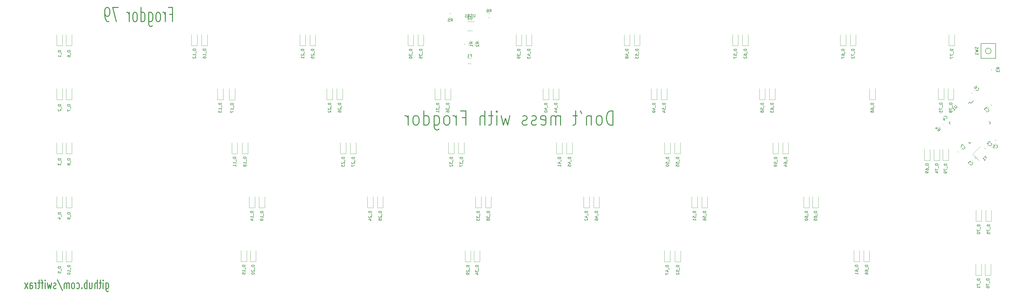
<source format=gbr>
G04 #@! TF.GenerationSoftware,KiCad,Pcbnew,(5.1.4)-1*
G04 #@! TF.CreationDate,2020-03-16T10:49:11-07:00*
G04 #@! TF.ProjectId,frogdor,66726f67-646f-4722-9e6b-696361645f70,rev?*
G04 #@! TF.SameCoordinates,Original*
G04 #@! TF.FileFunction,Legend,Bot*
G04 #@! TF.FilePolarity,Positive*
%FSLAX46Y46*%
G04 Gerber Fmt 4.6, Leading zero omitted, Abs format (unit mm)*
G04 Created by KiCad (PCBNEW (5.1.4)-1) date 2020-03-16 10:49:11*
%MOMM*%
%LPD*%
G04 APERTURE LIST*
%ADD10C,0.300000*%
%ADD11C,0.120000*%
%ADD12C,0.150000*%
G04 APERTURE END LIST*
D10*
X324162952Y-202667904D02*
X324162952Y-197667904D01*
X323210571Y-197667904D01*
X322639142Y-197906000D01*
X322258190Y-198382190D01*
X322067714Y-198858380D01*
X321877238Y-199810761D01*
X321877238Y-200525047D01*
X322067714Y-201477428D01*
X322258190Y-201953619D01*
X322639142Y-202429809D01*
X323210571Y-202667904D01*
X324162952Y-202667904D01*
X319591523Y-202667904D02*
X319972476Y-202429809D01*
X320162952Y-202191714D01*
X320353428Y-201715523D01*
X320353428Y-200286952D01*
X320162952Y-199810761D01*
X319972476Y-199572666D01*
X319591523Y-199334571D01*
X319020095Y-199334571D01*
X318639142Y-199572666D01*
X318448666Y-199810761D01*
X318258190Y-200286952D01*
X318258190Y-201715523D01*
X318448666Y-202191714D01*
X318639142Y-202429809D01*
X319020095Y-202667904D01*
X319591523Y-202667904D01*
X316543904Y-199334571D02*
X316543904Y-202667904D01*
X316543904Y-199810761D02*
X316353428Y-199572666D01*
X315972476Y-199334571D01*
X315401047Y-199334571D01*
X315020095Y-199572666D01*
X314829619Y-200048857D01*
X314829619Y-202667904D01*
X312734380Y-197667904D02*
X313115333Y-198620285D01*
X311591523Y-199334571D02*
X310067714Y-199334571D01*
X311020095Y-197667904D02*
X311020095Y-201953619D01*
X310829619Y-202429809D01*
X310448666Y-202667904D01*
X310067714Y-202667904D01*
X305686761Y-202667904D02*
X305686761Y-199334571D01*
X305686761Y-199810761D02*
X305496285Y-199572666D01*
X305115333Y-199334571D01*
X304543904Y-199334571D01*
X304162952Y-199572666D01*
X303972476Y-200048857D01*
X303972476Y-202667904D01*
X303972476Y-200048857D02*
X303782000Y-199572666D01*
X303401047Y-199334571D01*
X302829619Y-199334571D01*
X302448666Y-199572666D01*
X302258190Y-200048857D01*
X302258190Y-202667904D01*
X298829619Y-202429809D02*
X299210571Y-202667904D01*
X299972476Y-202667904D01*
X300353428Y-202429809D01*
X300543904Y-201953619D01*
X300543904Y-200048857D01*
X300353428Y-199572666D01*
X299972476Y-199334571D01*
X299210571Y-199334571D01*
X298829619Y-199572666D01*
X298639142Y-200048857D01*
X298639142Y-200525047D01*
X300543904Y-201001238D01*
X297115333Y-202429809D02*
X296734380Y-202667904D01*
X295972476Y-202667904D01*
X295591523Y-202429809D01*
X295401047Y-201953619D01*
X295401047Y-201715523D01*
X295591523Y-201239333D01*
X295972476Y-201001238D01*
X296543904Y-201001238D01*
X296924857Y-200763142D01*
X297115333Y-200286952D01*
X297115333Y-200048857D01*
X296924857Y-199572666D01*
X296543904Y-199334571D01*
X295972476Y-199334571D01*
X295591523Y-199572666D01*
X293877238Y-202429809D02*
X293496285Y-202667904D01*
X292734380Y-202667904D01*
X292353428Y-202429809D01*
X292162952Y-201953619D01*
X292162952Y-201715523D01*
X292353428Y-201239333D01*
X292734380Y-201001238D01*
X293305809Y-201001238D01*
X293686761Y-200763142D01*
X293877238Y-200286952D01*
X293877238Y-200048857D01*
X293686761Y-199572666D01*
X293305809Y-199334571D01*
X292734380Y-199334571D01*
X292353428Y-199572666D01*
X287782000Y-199334571D02*
X287020095Y-202667904D01*
X286258190Y-200286952D01*
X285496285Y-202667904D01*
X284734380Y-199334571D01*
X283210571Y-202667904D02*
X283210571Y-199334571D01*
X283210571Y-197667904D02*
X283401047Y-197906000D01*
X283210571Y-198144095D01*
X283020095Y-197906000D01*
X283210571Y-197667904D01*
X283210571Y-198144095D01*
X281877238Y-199334571D02*
X280353428Y-199334571D01*
X281305809Y-197667904D02*
X281305809Y-201953619D01*
X281115333Y-202429809D01*
X280734380Y-202667904D01*
X280353428Y-202667904D01*
X279020095Y-202667904D02*
X279020095Y-197667904D01*
X277305809Y-202667904D02*
X277305809Y-200048857D01*
X277496285Y-199572666D01*
X277877238Y-199334571D01*
X278448666Y-199334571D01*
X278829619Y-199572666D01*
X279020095Y-199810761D01*
X271020095Y-200048857D02*
X272353428Y-200048857D01*
X272353428Y-202667904D02*
X272353428Y-197667904D01*
X270448666Y-197667904D01*
X268924857Y-202667904D02*
X268924857Y-199334571D01*
X268924857Y-200286952D02*
X268734380Y-199810761D01*
X268543904Y-199572666D01*
X268162952Y-199334571D01*
X267782000Y-199334571D01*
X265877238Y-202667904D02*
X266258190Y-202429809D01*
X266448666Y-202191714D01*
X266639142Y-201715523D01*
X266639142Y-200286952D01*
X266448666Y-199810761D01*
X266258190Y-199572666D01*
X265877238Y-199334571D01*
X265305809Y-199334571D01*
X264924857Y-199572666D01*
X264734380Y-199810761D01*
X264543904Y-200286952D01*
X264543904Y-201715523D01*
X264734380Y-202191714D01*
X264924857Y-202429809D01*
X265305809Y-202667904D01*
X265877238Y-202667904D01*
X261115333Y-199334571D02*
X261115333Y-203382190D01*
X261305809Y-203858380D01*
X261496285Y-204096476D01*
X261877238Y-204334571D01*
X262448666Y-204334571D01*
X262829619Y-204096476D01*
X261115333Y-202429809D02*
X261496285Y-202667904D01*
X262258190Y-202667904D01*
X262639142Y-202429809D01*
X262829619Y-202191714D01*
X263020095Y-201715523D01*
X263020095Y-200286952D01*
X262829619Y-199810761D01*
X262639142Y-199572666D01*
X262258190Y-199334571D01*
X261496285Y-199334571D01*
X261115333Y-199572666D01*
X257496285Y-202667904D02*
X257496285Y-197667904D01*
X257496285Y-202429809D02*
X257877238Y-202667904D01*
X258639142Y-202667904D01*
X259020095Y-202429809D01*
X259210571Y-202191714D01*
X259401047Y-201715523D01*
X259401047Y-200286952D01*
X259210571Y-199810761D01*
X259020095Y-199572666D01*
X258639142Y-199334571D01*
X257877238Y-199334571D01*
X257496285Y-199572666D01*
X255020095Y-202667904D02*
X255401047Y-202429809D01*
X255591523Y-202191714D01*
X255782000Y-201715523D01*
X255782000Y-200286952D01*
X255591523Y-199810761D01*
X255401047Y-199572666D01*
X255020095Y-199334571D01*
X254448666Y-199334571D01*
X254067714Y-199572666D01*
X253877238Y-199810761D01*
X253686761Y-200286952D01*
X253686761Y-201715523D01*
X253877238Y-202191714D01*
X254067714Y-202429809D01*
X254448666Y-202667904D01*
X255020095Y-202667904D01*
X251972476Y-202667904D02*
X251972476Y-199334571D01*
X251972476Y-200286952D02*
X251782000Y-199810761D01*
X251591523Y-199572666D01*
X251210571Y-199334571D01*
X250829619Y-199334571D01*
X145460904Y-258310142D02*
X145460904Y-260738714D01*
X145556142Y-261024428D01*
X145651380Y-261167285D01*
X145841857Y-261310142D01*
X146127571Y-261310142D01*
X146318047Y-261167285D01*
X145460904Y-260167285D02*
X145651380Y-260310142D01*
X146032333Y-260310142D01*
X146222809Y-260167285D01*
X146318047Y-260024428D01*
X146413285Y-259738714D01*
X146413285Y-258881571D01*
X146318047Y-258595857D01*
X146222809Y-258453000D01*
X146032333Y-258310142D01*
X145651380Y-258310142D01*
X145460904Y-258453000D01*
X144508523Y-260310142D02*
X144508523Y-258310142D01*
X144508523Y-257310142D02*
X144603761Y-257453000D01*
X144508523Y-257595857D01*
X144413285Y-257453000D01*
X144508523Y-257310142D01*
X144508523Y-257595857D01*
X143841857Y-258310142D02*
X143079952Y-258310142D01*
X143556142Y-257310142D02*
X143556142Y-259881571D01*
X143460904Y-260167285D01*
X143270428Y-260310142D01*
X143079952Y-260310142D01*
X142413285Y-260310142D02*
X142413285Y-257310142D01*
X141556142Y-260310142D02*
X141556142Y-258738714D01*
X141651380Y-258453000D01*
X141841857Y-258310142D01*
X142127571Y-258310142D01*
X142318047Y-258453000D01*
X142413285Y-258595857D01*
X139746619Y-258310142D02*
X139746619Y-260310142D01*
X140603761Y-258310142D02*
X140603761Y-259881571D01*
X140508523Y-260167285D01*
X140318047Y-260310142D01*
X140032333Y-260310142D01*
X139841857Y-260167285D01*
X139746619Y-260024428D01*
X138794238Y-260310142D02*
X138794238Y-257310142D01*
X138794238Y-258453000D02*
X138603761Y-258310142D01*
X138222809Y-258310142D01*
X138032333Y-258453000D01*
X137937095Y-258595857D01*
X137841857Y-258881571D01*
X137841857Y-259738714D01*
X137937095Y-260024428D01*
X138032333Y-260167285D01*
X138222809Y-260310142D01*
X138603761Y-260310142D01*
X138794238Y-260167285D01*
X136984714Y-260024428D02*
X136889476Y-260167285D01*
X136984714Y-260310142D01*
X137079952Y-260167285D01*
X136984714Y-260024428D01*
X136984714Y-260310142D01*
X135175190Y-260167285D02*
X135365666Y-260310142D01*
X135746619Y-260310142D01*
X135937095Y-260167285D01*
X136032333Y-260024428D01*
X136127571Y-259738714D01*
X136127571Y-258881571D01*
X136032333Y-258595857D01*
X135937095Y-258453000D01*
X135746619Y-258310142D01*
X135365666Y-258310142D01*
X135175190Y-258453000D01*
X134032333Y-260310142D02*
X134222809Y-260167285D01*
X134318047Y-260024428D01*
X134413285Y-259738714D01*
X134413285Y-258881571D01*
X134318047Y-258595857D01*
X134222809Y-258453000D01*
X134032333Y-258310142D01*
X133746619Y-258310142D01*
X133556142Y-258453000D01*
X133460904Y-258595857D01*
X133365666Y-258881571D01*
X133365666Y-259738714D01*
X133460904Y-260024428D01*
X133556142Y-260167285D01*
X133746619Y-260310142D01*
X134032333Y-260310142D01*
X132508523Y-260310142D02*
X132508523Y-258310142D01*
X132508523Y-258595857D02*
X132413285Y-258453000D01*
X132222809Y-258310142D01*
X131937095Y-258310142D01*
X131746619Y-258453000D01*
X131651380Y-258738714D01*
X131651380Y-260310142D01*
X131651380Y-258738714D02*
X131556142Y-258453000D01*
X131365666Y-258310142D01*
X131079952Y-258310142D01*
X130889476Y-258453000D01*
X130794238Y-258738714D01*
X130794238Y-260310142D01*
X128413285Y-257167285D02*
X130127571Y-261024428D01*
X127841857Y-260167285D02*
X127651380Y-260310142D01*
X127270428Y-260310142D01*
X127079952Y-260167285D01*
X126984714Y-259881571D01*
X126984714Y-259738714D01*
X127079952Y-259453000D01*
X127270428Y-259310142D01*
X127556142Y-259310142D01*
X127746619Y-259167285D01*
X127841857Y-258881571D01*
X127841857Y-258738714D01*
X127746619Y-258453000D01*
X127556142Y-258310142D01*
X127270428Y-258310142D01*
X127079952Y-258453000D01*
X126318047Y-258310142D02*
X125937095Y-260310142D01*
X125556142Y-258881571D01*
X125175190Y-260310142D01*
X124794238Y-258310142D01*
X124032333Y-260310142D02*
X124032333Y-258310142D01*
X124032333Y-257310142D02*
X124127571Y-257453000D01*
X124032333Y-257595857D01*
X123937095Y-257453000D01*
X124032333Y-257310142D01*
X124032333Y-257595857D01*
X123365666Y-258310142D02*
X122603761Y-258310142D01*
X123079952Y-260310142D02*
X123079952Y-257738714D01*
X122984714Y-257453000D01*
X122794238Y-257310142D01*
X122603761Y-257310142D01*
X122222809Y-258310142D02*
X121460904Y-258310142D01*
X121937095Y-257310142D02*
X121937095Y-259881571D01*
X121841857Y-260167285D01*
X121651380Y-260310142D01*
X121460904Y-260310142D01*
X120794238Y-260310142D02*
X120794238Y-258310142D01*
X120794238Y-258881571D02*
X120699000Y-258595857D01*
X120603761Y-258453000D01*
X120413285Y-258310142D01*
X120222809Y-258310142D01*
X118699000Y-260310142D02*
X118699000Y-258738714D01*
X118794238Y-258453000D01*
X118984714Y-258310142D01*
X119365666Y-258310142D01*
X119556142Y-258453000D01*
X118699000Y-260167285D02*
X118889476Y-260310142D01*
X119365666Y-260310142D01*
X119556142Y-260167285D01*
X119651380Y-259881571D01*
X119651380Y-259595857D01*
X119556142Y-259310142D01*
X119365666Y-259167285D01*
X118889476Y-259167285D01*
X118699000Y-259024428D01*
X117937095Y-260310142D02*
X116889476Y-258310142D01*
X117937095Y-258310142D02*
X116889476Y-260310142D01*
X167956142Y-163599857D02*
X168956142Y-163599857D01*
X168956142Y-166218904D02*
X168956142Y-161218904D01*
X167527571Y-161218904D01*
X166384714Y-166218904D02*
X166384714Y-162885571D01*
X166384714Y-163837952D02*
X166241857Y-163361761D01*
X166099000Y-163123666D01*
X165813285Y-162885571D01*
X165527571Y-162885571D01*
X164099000Y-166218904D02*
X164384714Y-165980809D01*
X164527571Y-165742714D01*
X164670428Y-165266523D01*
X164670428Y-163837952D01*
X164527571Y-163361761D01*
X164384714Y-163123666D01*
X164099000Y-162885571D01*
X163670428Y-162885571D01*
X163384714Y-163123666D01*
X163241857Y-163361761D01*
X163099000Y-163837952D01*
X163099000Y-165266523D01*
X163241857Y-165742714D01*
X163384714Y-165980809D01*
X163670428Y-166218904D01*
X164099000Y-166218904D01*
X160527571Y-162885571D02*
X160527571Y-166933190D01*
X160670428Y-167409380D01*
X160813285Y-167647476D01*
X161099000Y-167885571D01*
X161527571Y-167885571D01*
X161813285Y-167647476D01*
X160527571Y-165980809D02*
X160813285Y-166218904D01*
X161384714Y-166218904D01*
X161670428Y-165980809D01*
X161813285Y-165742714D01*
X161956142Y-165266523D01*
X161956142Y-163837952D01*
X161813285Y-163361761D01*
X161670428Y-163123666D01*
X161384714Y-162885571D01*
X160813285Y-162885571D01*
X160527571Y-163123666D01*
X157813285Y-166218904D02*
X157813285Y-161218904D01*
X157813285Y-165980809D02*
X158099000Y-166218904D01*
X158670428Y-166218904D01*
X158956142Y-165980809D01*
X159099000Y-165742714D01*
X159241857Y-165266523D01*
X159241857Y-163837952D01*
X159099000Y-163361761D01*
X158956142Y-163123666D01*
X158670428Y-162885571D01*
X158099000Y-162885571D01*
X157813285Y-163123666D01*
X155956142Y-166218904D02*
X156241857Y-165980809D01*
X156384714Y-165742714D01*
X156527571Y-165266523D01*
X156527571Y-163837952D01*
X156384714Y-163361761D01*
X156241857Y-163123666D01*
X155956142Y-162885571D01*
X155527571Y-162885571D01*
X155241857Y-163123666D01*
X155099000Y-163361761D01*
X154956142Y-163837952D01*
X154956142Y-165266523D01*
X155099000Y-165742714D01*
X155241857Y-165980809D01*
X155527571Y-166218904D01*
X155956142Y-166218904D01*
X153670428Y-166218904D02*
X153670428Y-162885571D01*
X153670428Y-163837952D02*
X153527571Y-163361761D01*
X153384714Y-163123666D01*
X153099000Y-162885571D01*
X152813285Y-162885571D01*
X149813285Y-161218904D02*
X147813285Y-161218904D01*
X149099000Y-166218904D01*
X146527571Y-166218904D02*
X145956142Y-166218904D01*
X145670428Y-165980809D01*
X145527571Y-165742714D01*
X145241857Y-165028428D01*
X145099000Y-164076047D01*
X145099000Y-162171285D01*
X145241857Y-161695095D01*
X145384714Y-161457000D01*
X145670428Y-161218904D01*
X146241857Y-161218904D01*
X146527571Y-161457000D01*
X146670428Y-161695095D01*
X146813285Y-162171285D01*
X146813285Y-163361761D01*
X146670428Y-163837952D01*
X146527571Y-164076047D01*
X146241857Y-164314142D01*
X145670428Y-164314142D01*
X145384714Y-164076047D01*
X145241857Y-163837952D01*
X145099000Y-163361761D01*
D11*
X396525000Y-231825000D02*
X396525000Y-227925000D01*
X394525000Y-231825000D02*
X394525000Y-227925000D01*
X396525000Y-231825000D02*
X394525000Y-231825000D01*
X457275000Y-255625000D02*
X457275000Y-251725000D01*
X455275000Y-255625000D02*
X455275000Y-251725000D01*
X457275000Y-255625000D02*
X455275000Y-255625000D01*
X454000000Y-255619500D02*
X454000000Y-251719500D01*
X452000000Y-255619500D02*
X452000000Y-251719500D01*
X454000000Y-255619500D02*
X452000000Y-255619500D01*
X414550000Y-250800000D02*
X414550000Y-246900000D01*
X412550000Y-250800000D02*
X412550000Y-246900000D01*
X414550000Y-250800000D02*
X412550000Y-250800000D01*
X411025000Y-250800000D02*
X411025000Y-246900000D01*
X409025000Y-250800000D02*
X409025000Y-246900000D01*
X411025000Y-250800000D02*
X409025000Y-250800000D01*
X348000000Y-250850000D02*
X348000000Y-246950000D01*
X346000000Y-250850000D02*
X346000000Y-246950000D01*
X348000000Y-250850000D02*
X346000000Y-250850000D01*
X344275000Y-250857000D02*
X344275000Y-246957000D01*
X342275000Y-250857000D02*
X342275000Y-246957000D01*
X344275000Y-250857000D02*
X342275000Y-250857000D01*
X277225000Y-250857000D02*
X277225000Y-246957000D01*
X275225000Y-250857000D02*
X275225000Y-246957000D01*
X277225000Y-250857000D02*
X275225000Y-250857000D01*
X274050000Y-250857000D02*
X274050000Y-246957000D01*
X272050000Y-250857000D02*
X272050000Y-246957000D01*
X274050000Y-250857000D02*
X272050000Y-250857000D01*
X198332600Y-250789000D02*
X198332600Y-246889000D01*
X196332600Y-250789000D02*
X196332600Y-246889000D01*
X198332600Y-250789000D02*
X196332600Y-250789000D01*
X195081400Y-250789000D02*
X195081400Y-246889000D01*
X193081400Y-250789000D02*
X193081400Y-246889000D01*
X195081400Y-250789000D02*
X193081400Y-250789000D01*
X133451600Y-250857000D02*
X133451600Y-246957000D01*
X131451600Y-250857000D02*
X131451600Y-246957000D01*
X133451600Y-250857000D02*
X131451600Y-250857000D01*
X130149600Y-250857000D02*
X130149600Y-246957000D01*
X128149600Y-250857000D02*
X128149600Y-246957000D01*
X130149600Y-250857000D02*
X128149600Y-250857000D01*
X454025000Y-236550000D02*
X454025000Y-232650000D01*
X452025000Y-236550000D02*
X452025000Y-232650000D01*
X454025000Y-236550000D02*
X452025000Y-236550000D01*
X457500000Y-236550000D02*
X457500000Y-232650000D01*
X455500000Y-236550000D02*
X455500000Y-232650000D01*
X457500000Y-236550000D02*
X455500000Y-236550000D01*
X393325000Y-231800000D02*
X393325000Y-227900000D01*
X391325000Y-231800000D02*
X391325000Y-227900000D01*
X393325000Y-231800000D02*
X391325000Y-231800000D01*
X357447500Y-231807000D02*
X357447500Y-227907000D01*
X355447500Y-231807000D02*
X355447500Y-227907000D01*
X357447500Y-231807000D02*
X355447500Y-231807000D01*
X353897500Y-231807000D02*
X353897500Y-227907000D01*
X351897500Y-231807000D02*
X351897500Y-227907000D01*
X353897500Y-231807000D02*
X351897500Y-231807000D01*
X319347500Y-231807000D02*
X319347500Y-227907000D01*
X317347500Y-231807000D02*
X317347500Y-227907000D01*
X319347500Y-231807000D02*
X317347500Y-231807000D01*
X315797500Y-231807000D02*
X315797500Y-227907000D01*
X313797500Y-231807000D02*
X313797500Y-227907000D01*
X315797500Y-231807000D02*
X313797500Y-231807000D01*
X281247500Y-231807000D02*
X281247500Y-227907000D01*
X279247500Y-231807000D02*
X279247500Y-227907000D01*
X281247500Y-231807000D02*
X279247500Y-231807000D01*
X277697500Y-231807000D02*
X277697500Y-227907000D01*
X275697500Y-231807000D02*
X275697500Y-227907000D01*
X277697500Y-231807000D02*
X275697500Y-231807000D01*
X243147500Y-231807000D02*
X243147500Y-227907000D01*
X241147500Y-231807000D02*
X241147500Y-227907000D01*
X243147500Y-231807000D02*
X241147500Y-231807000D01*
X239597500Y-231807000D02*
X239597500Y-227907000D01*
X237597500Y-231807000D02*
X237597500Y-227907000D01*
X239597500Y-231807000D02*
X237597500Y-231807000D01*
X201436600Y-231815200D02*
X201436600Y-227915200D01*
X199436600Y-231815200D02*
X199436600Y-227915200D01*
X201436600Y-231815200D02*
X199436600Y-231815200D01*
X197956800Y-231807000D02*
X197956800Y-227907000D01*
X195956800Y-231807000D02*
X195956800Y-227907000D01*
X197956800Y-231807000D02*
X195956800Y-231807000D01*
X133451600Y-231807000D02*
X133451600Y-227907000D01*
X131451600Y-231807000D02*
X131451600Y-227907000D01*
X133451600Y-231807000D02*
X131451600Y-231807000D01*
X130149600Y-231807000D02*
X130149600Y-227907000D01*
X128149600Y-231807000D02*
X128149600Y-227907000D01*
X130149600Y-231807000D02*
X128149600Y-231807000D01*
X439275000Y-215100000D02*
X439275000Y-211200000D01*
X437275000Y-215100000D02*
X437275000Y-211200000D01*
X439275000Y-215100000D02*
X437275000Y-215100000D01*
X435860000Y-215082000D02*
X435860000Y-211182000D01*
X433860000Y-215082000D02*
X433860000Y-211182000D01*
X435860000Y-215082000D02*
X433860000Y-215082000D01*
X385975000Y-212757000D02*
X385975000Y-208857000D01*
X383975000Y-212757000D02*
X383975000Y-208857000D01*
X385975000Y-212757000D02*
X383975000Y-212757000D01*
X382500000Y-212750000D02*
X382500000Y-208850000D01*
X380500000Y-212750000D02*
X380500000Y-208850000D01*
X382500000Y-212750000D02*
X380500000Y-212750000D01*
X347922500Y-212757000D02*
X347922500Y-208857000D01*
X345922500Y-212757000D02*
X345922500Y-208857000D01*
X347922500Y-212757000D02*
X345922500Y-212757000D01*
X344372500Y-212757000D02*
X344372500Y-208857000D01*
X342372500Y-212757000D02*
X342372500Y-208857000D01*
X344372500Y-212757000D02*
X342372500Y-212757000D01*
X309822500Y-212757000D02*
X309822500Y-208857000D01*
X307822500Y-212757000D02*
X307822500Y-208857000D01*
X309822500Y-212757000D02*
X307822500Y-212757000D01*
X306272500Y-212757000D02*
X306272500Y-208857000D01*
X304272500Y-212757000D02*
X304272500Y-208857000D01*
X306272500Y-212757000D02*
X304272500Y-212757000D01*
X271722500Y-212757000D02*
X271722500Y-208857000D01*
X269722500Y-212757000D02*
X269722500Y-208857000D01*
X271722500Y-212757000D02*
X269722500Y-212757000D01*
X268172500Y-212757000D02*
X268172500Y-208857000D01*
X266172500Y-212757000D02*
X266172500Y-208857000D01*
X268172500Y-212757000D02*
X266172500Y-212757000D01*
X233622500Y-212757000D02*
X233622500Y-208857000D01*
X231622500Y-212757000D02*
X231622500Y-208857000D01*
X233622500Y-212757000D02*
X231622500Y-212757000D01*
X230072500Y-212757000D02*
X230072500Y-208857000D01*
X228072500Y-212757000D02*
X228072500Y-208857000D01*
X230072500Y-212757000D02*
X228072500Y-212757000D01*
X195487800Y-212739800D02*
X195487800Y-208839800D01*
X193487800Y-212739800D02*
X193487800Y-208839800D01*
X195487800Y-212739800D02*
X193487800Y-212739800D01*
X191830200Y-212739800D02*
X191830200Y-208839800D01*
X189830200Y-212739800D02*
X189830200Y-208839800D01*
X191830200Y-212739800D02*
X189830200Y-212739800D01*
X133451600Y-212757000D02*
X133451600Y-208857000D01*
X131451600Y-212757000D02*
X131451600Y-208857000D01*
X133451600Y-212757000D02*
X131451600Y-212757000D01*
X130149600Y-212757000D02*
X130149600Y-208857000D01*
X128149600Y-212757000D02*
X128149600Y-208857000D01*
X130149600Y-212757000D02*
X128149600Y-212757000D01*
X444225000Y-193675000D02*
X444225000Y-189775000D01*
X442225000Y-193675000D02*
X442225000Y-189775000D01*
X444225000Y-193675000D02*
X442225000Y-193675000D01*
X440775000Y-193650000D02*
X440775000Y-189750000D01*
X438775000Y-193650000D02*
X438775000Y-189750000D01*
X440775000Y-193650000D02*
X438775000Y-193650000D01*
X416560000Y-193707000D02*
X416560000Y-189807000D01*
X414560000Y-193707000D02*
X414560000Y-189807000D01*
X416560000Y-193707000D02*
X414560000Y-193707000D01*
X381250000Y-193707000D02*
X381250000Y-189807000D01*
X379250000Y-193707000D02*
X379250000Y-189807000D01*
X381250000Y-193707000D02*
X379250000Y-193707000D01*
X377750000Y-193700000D02*
X377750000Y-189800000D01*
X375750000Y-193700000D02*
X375750000Y-189800000D01*
X377750000Y-193700000D02*
X375750000Y-193700000D01*
X343160000Y-193707000D02*
X343160000Y-189807000D01*
X341160000Y-193707000D02*
X341160000Y-189807000D01*
X343160000Y-193707000D02*
X341160000Y-193707000D01*
X339610000Y-193707000D02*
X339610000Y-189807000D01*
X337610000Y-193707000D02*
X337610000Y-189807000D01*
X339610000Y-193707000D02*
X337610000Y-193707000D01*
X305060000Y-193707000D02*
X305060000Y-189807000D01*
X303060000Y-193707000D02*
X303060000Y-189807000D01*
X305060000Y-193707000D02*
X303060000Y-193707000D01*
X301510000Y-193707000D02*
X301510000Y-189807000D01*
X299510000Y-193707000D02*
X299510000Y-189807000D01*
X301510000Y-193707000D02*
X299510000Y-193707000D01*
X266960000Y-193707000D02*
X266960000Y-189807000D01*
X264960000Y-193707000D02*
X264960000Y-189807000D01*
X266960000Y-193707000D02*
X264960000Y-193707000D01*
X263410000Y-193707000D02*
X263410000Y-189807000D01*
X261410000Y-193707000D02*
X261410000Y-189807000D01*
X263410000Y-193707000D02*
X261410000Y-193707000D01*
X228860000Y-193707000D02*
X228860000Y-189807000D01*
X226860000Y-193707000D02*
X226860000Y-189807000D01*
X228860000Y-193707000D02*
X226860000Y-193707000D01*
X225310000Y-193707000D02*
X225310000Y-189807000D01*
X223310000Y-193707000D02*
X223310000Y-189807000D01*
X225310000Y-193707000D02*
X223310000Y-193707000D01*
X190941200Y-193740600D02*
X190941200Y-189840600D01*
X188941200Y-193740600D02*
X188941200Y-189840600D01*
X190941200Y-193740600D02*
X188941200Y-193740600D01*
X186775600Y-193707000D02*
X186775600Y-189807000D01*
X184775600Y-193707000D02*
X184775600Y-189807000D01*
X186775600Y-193707000D02*
X184775600Y-193707000D01*
X133451600Y-193707000D02*
X133451600Y-189807000D01*
X131451600Y-193707000D02*
X131451600Y-189807000D01*
X133451600Y-193707000D02*
X131451600Y-193707000D01*
X130149600Y-193707000D02*
X130149600Y-189807000D01*
X128149600Y-193707000D02*
X128149600Y-189807000D01*
X130149600Y-193707000D02*
X128149600Y-193707000D01*
X442375000Y-215125000D02*
X442375000Y-211225000D01*
X440375000Y-215125000D02*
X440375000Y-211225000D01*
X442375000Y-215125000D02*
X440375000Y-215125000D01*
X444525000Y-174657000D02*
X444525000Y-170757000D01*
X442525000Y-174657000D02*
X442525000Y-170757000D01*
X444525000Y-174657000D02*
X442525000Y-174657000D01*
X409750000Y-174657000D02*
X409750000Y-170757000D01*
X407750000Y-174657000D02*
X407750000Y-170757000D01*
X409750000Y-174657000D02*
X407750000Y-174657000D01*
X406250000Y-174650000D02*
X406250000Y-170750000D01*
X404250000Y-174650000D02*
X404250000Y-170750000D01*
X406250000Y-174650000D02*
X404250000Y-174650000D01*
X371800000Y-174650000D02*
X371800000Y-170750000D01*
X369800000Y-174650000D02*
X369800000Y-170750000D01*
X371800000Y-174650000D02*
X369800000Y-174650000D01*
X368275000Y-174650000D02*
X368275000Y-170750000D01*
X366275000Y-174650000D02*
X366275000Y-170750000D01*
X368275000Y-174650000D02*
X366275000Y-174650000D01*
X333635000Y-174657000D02*
X333635000Y-170757000D01*
X331635000Y-174657000D02*
X331635000Y-170757000D01*
X333635000Y-174657000D02*
X331635000Y-174657000D01*
X330085000Y-174657000D02*
X330085000Y-170757000D01*
X328085000Y-174657000D02*
X328085000Y-170757000D01*
X330085000Y-174657000D02*
X328085000Y-174657000D01*
X295535000Y-174657000D02*
X295535000Y-170757000D01*
X293535000Y-174657000D02*
X293535000Y-170757000D01*
X295535000Y-174657000D02*
X293535000Y-174657000D01*
X291985000Y-174657000D02*
X291985000Y-170757000D01*
X289985000Y-174657000D02*
X289985000Y-170757000D01*
X291985000Y-174657000D02*
X289985000Y-174657000D01*
X257435000Y-174657000D02*
X257435000Y-170757000D01*
X255435000Y-174657000D02*
X255435000Y-170757000D01*
X257435000Y-174657000D02*
X255435000Y-174657000D01*
X253885000Y-174657000D02*
X253885000Y-170757000D01*
X251885000Y-174657000D02*
X251885000Y-170757000D01*
X253885000Y-174657000D02*
X251885000Y-174657000D01*
X219335000Y-174657000D02*
X219335000Y-170757000D01*
X217335000Y-174657000D02*
X217335000Y-170757000D01*
X219335000Y-174657000D02*
X217335000Y-174657000D01*
X215785000Y-174657000D02*
X215785000Y-170757000D01*
X213785000Y-174657000D02*
X213785000Y-170757000D01*
X215785000Y-174657000D02*
X213785000Y-174657000D01*
X181213000Y-174639800D02*
X181213000Y-170739800D01*
X179213000Y-174639800D02*
X179213000Y-170739800D01*
X181213000Y-174639800D02*
X179213000Y-174639800D01*
X177657000Y-174639800D02*
X177657000Y-170739800D01*
X175657000Y-174639800D02*
X175657000Y-170739800D01*
X177657000Y-174639800D02*
X175657000Y-174639800D01*
X133451600Y-174657000D02*
X133451600Y-170757000D01*
X131451600Y-174657000D02*
X131451600Y-170757000D01*
X133451600Y-174657000D02*
X131451600Y-174657000D01*
X130149600Y-174657000D02*
X130149600Y-170757000D01*
X128149600Y-174657000D02*
X128149600Y-170757000D01*
X130149600Y-174657000D02*
X128149600Y-174657000D01*
X272850000Y-166190000D02*
X275300000Y-166190000D01*
X274650000Y-169410000D02*
X272850000Y-169410000D01*
X450898560Y-212879487D02*
X453726987Y-210051060D01*
X453232013Y-215212940D02*
X450898560Y-212879487D01*
D12*
X450281586Y-194963031D02*
X451183148Y-194061470D01*
X442556445Y-201875000D02*
X443033742Y-201397703D01*
X449875000Y-209193555D02*
X450352297Y-208716258D01*
X457193555Y-201875000D02*
X456716258Y-202352297D01*
X449875000Y-194556445D02*
X449397703Y-195033742D01*
X457193555Y-201875000D02*
X456716258Y-201397703D01*
X449875000Y-209193555D02*
X449397703Y-208716258D01*
X442556445Y-201875000D02*
X443033742Y-202352297D01*
X449875000Y-194556445D02*
X450281586Y-194963031D01*
X459000000Y-179125000D02*
X459000000Y-173925000D01*
X459000000Y-173925000D02*
X453800000Y-173925000D01*
X453800000Y-173925000D02*
X453800000Y-179125000D01*
X453800000Y-179125000D02*
X459000000Y-179125000D01*
X457400000Y-176525000D02*
G75*
G03X457400000Y-176525000I-1000000J0D01*
G01*
D11*
X280733578Y-164735000D02*
X280216422Y-164735000D01*
X280733578Y-163315000D02*
X280216422Y-163315000D01*
X266541422Y-163315000D02*
X267058578Y-163315000D01*
X266541422Y-164735000D02*
X267058578Y-164735000D01*
X440099204Y-202215112D02*
X440464888Y-202580796D01*
X439095112Y-203219204D02*
X439460796Y-203584888D01*
X457540000Y-183383578D02*
X457540000Y-182866422D01*
X458960000Y-183383578D02*
X458960000Y-182866422D01*
X274065600Y-174407578D02*
X274065600Y-173890422D01*
X275485600Y-174407578D02*
X275485600Y-173890422D01*
X271890000Y-174407578D02*
X271890000Y-173890422D01*
X273310000Y-174407578D02*
X273310000Y-173890422D01*
X274202064Y-180960000D02*
X272997936Y-180960000D01*
X274202064Y-179140000D02*
X272997936Y-179140000D01*
X445905796Y-212259888D02*
X445540112Y-211894204D01*
X446909888Y-211255796D02*
X446544204Y-210890112D01*
X450805796Y-191584888D02*
X450440112Y-191219204D01*
X451809888Y-190580796D02*
X451444204Y-190215112D01*
X458653922Y-207890000D02*
X459171078Y-207890000D01*
X458653922Y-209310000D02*
X459171078Y-209310000D01*
X439365112Y-198730796D02*
X439730796Y-198365112D01*
X440369204Y-199734888D02*
X440734888Y-199369204D01*
X457319204Y-195415112D02*
X457684888Y-195780796D01*
X456315112Y-196419204D02*
X456680796Y-196784888D01*
X455368296Y-211109888D02*
X455002612Y-210744204D01*
X456372388Y-210105796D02*
X456006704Y-209740112D01*
X451594617Y-214178025D02*
X451960301Y-214543709D01*
X450590525Y-215182117D02*
X450956209Y-215547801D01*
D12*
X395977380Y-233059761D02*
X394977380Y-233059761D01*
X394977380Y-233297857D01*
X395025000Y-233440714D01*
X395120238Y-233535952D01*
X395215476Y-233583571D01*
X395405952Y-233631190D01*
X395548809Y-233631190D01*
X395739285Y-233583571D01*
X395834523Y-233535952D01*
X395929761Y-233440714D01*
X395977380Y-233297857D01*
X395977380Y-233059761D01*
X396072619Y-233821666D02*
X396072619Y-234583571D01*
X394977380Y-235250238D02*
X394977380Y-235059761D01*
X395025000Y-234964523D01*
X395072619Y-234916904D01*
X395215476Y-234821666D01*
X395405952Y-234774047D01*
X395786904Y-234774047D01*
X395882142Y-234821666D01*
X395929761Y-234869285D01*
X395977380Y-234964523D01*
X395977380Y-235155000D01*
X395929761Y-235250238D01*
X395882142Y-235297857D01*
X395786904Y-235345476D01*
X395548809Y-235345476D01*
X395453571Y-235297857D01*
X395405952Y-235250238D01*
X395358333Y-235155000D01*
X395358333Y-234964523D01*
X395405952Y-234869285D01*
X395453571Y-234821666D01*
X395548809Y-234774047D01*
X394977380Y-236250238D02*
X394977380Y-235774047D01*
X395453571Y-235726428D01*
X395405952Y-235774047D01*
X395358333Y-235869285D01*
X395358333Y-236107380D01*
X395405952Y-236202619D01*
X395453571Y-236250238D01*
X395548809Y-236297857D01*
X395786904Y-236297857D01*
X395882142Y-236250238D01*
X395929761Y-236202619D01*
X395977380Y-236107380D01*
X395977380Y-235869285D01*
X395929761Y-235774047D01*
X395882142Y-235726428D01*
X456727380Y-256859761D02*
X455727380Y-256859761D01*
X455727380Y-257097857D01*
X455775000Y-257240714D01*
X455870238Y-257335952D01*
X455965476Y-257383571D01*
X456155952Y-257431190D01*
X456298809Y-257431190D01*
X456489285Y-257383571D01*
X456584523Y-257335952D01*
X456679761Y-257240714D01*
X456727380Y-257097857D01*
X456727380Y-256859761D01*
X456822619Y-257621666D02*
X456822619Y-258383571D01*
X455727380Y-258526428D02*
X455727380Y-259193095D01*
X456727380Y-258764523D01*
X455727380Y-260002619D02*
X455727380Y-259812142D01*
X455775000Y-259716904D01*
X455822619Y-259669285D01*
X455965476Y-259574047D01*
X456155952Y-259526428D01*
X456536904Y-259526428D01*
X456632142Y-259574047D01*
X456679761Y-259621666D01*
X456727380Y-259716904D01*
X456727380Y-259907380D01*
X456679761Y-260002619D01*
X456632142Y-260050238D01*
X456536904Y-260097857D01*
X456298809Y-260097857D01*
X456203571Y-260050238D01*
X456155952Y-260002619D01*
X456108333Y-259907380D01*
X456108333Y-259716904D01*
X456155952Y-259621666D01*
X456203571Y-259574047D01*
X456298809Y-259526428D01*
X453452380Y-256854261D02*
X452452380Y-256854261D01*
X452452380Y-257092357D01*
X452500000Y-257235214D01*
X452595238Y-257330452D01*
X452690476Y-257378071D01*
X452880952Y-257425690D01*
X453023809Y-257425690D01*
X453214285Y-257378071D01*
X453309523Y-257330452D01*
X453404761Y-257235214D01*
X453452380Y-257092357D01*
X453452380Y-256854261D01*
X453547619Y-257616166D02*
X453547619Y-258378071D01*
X452452380Y-258520928D02*
X452452380Y-259187595D01*
X453452380Y-258759023D01*
X453452380Y-260092357D02*
X453452380Y-259520928D01*
X453452380Y-259806642D02*
X452452380Y-259806642D01*
X452595238Y-259711404D01*
X452690476Y-259616166D01*
X452738095Y-259520928D01*
X414002380Y-252034761D02*
X413002380Y-252034761D01*
X413002380Y-252272857D01*
X413050000Y-252415714D01*
X413145238Y-252510952D01*
X413240476Y-252558571D01*
X413430952Y-252606190D01*
X413573809Y-252606190D01*
X413764285Y-252558571D01*
X413859523Y-252510952D01*
X413954761Y-252415714D01*
X414002380Y-252272857D01*
X414002380Y-252034761D01*
X414097619Y-252796666D02*
X414097619Y-253558571D01*
X413002380Y-254225238D02*
X413002380Y-254034761D01*
X413050000Y-253939523D01*
X413097619Y-253891904D01*
X413240476Y-253796666D01*
X413430952Y-253749047D01*
X413811904Y-253749047D01*
X413907142Y-253796666D01*
X413954761Y-253844285D01*
X414002380Y-253939523D01*
X414002380Y-254130000D01*
X413954761Y-254225238D01*
X413907142Y-254272857D01*
X413811904Y-254320476D01*
X413573809Y-254320476D01*
X413478571Y-254272857D01*
X413430952Y-254225238D01*
X413383333Y-254130000D01*
X413383333Y-253939523D01*
X413430952Y-253844285D01*
X413478571Y-253796666D01*
X413573809Y-253749047D01*
X413002380Y-255177619D02*
X413002380Y-254987142D01*
X413050000Y-254891904D01*
X413097619Y-254844285D01*
X413240476Y-254749047D01*
X413430952Y-254701428D01*
X413811904Y-254701428D01*
X413907142Y-254749047D01*
X413954761Y-254796666D01*
X414002380Y-254891904D01*
X414002380Y-255082380D01*
X413954761Y-255177619D01*
X413907142Y-255225238D01*
X413811904Y-255272857D01*
X413573809Y-255272857D01*
X413478571Y-255225238D01*
X413430952Y-255177619D01*
X413383333Y-255082380D01*
X413383333Y-254891904D01*
X413430952Y-254796666D01*
X413478571Y-254749047D01*
X413573809Y-254701428D01*
X410477380Y-252034761D02*
X409477380Y-252034761D01*
X409477380Y-252272857D01*
X409525000Y-252415714D01*
X409620238Y-252510952D01*
X409715476Y-252558571D01*
X409905952Y-252606190D01*
X410048809Y-252606190D01*
X410239285Y-252558571D01*
X410334523Y-252510952D01*
X410429761Y-252415714D01*
X410477380Y-252272857D01*
X410477380Y-252034761D01*
X410572619Y-252796666D02*
X410572619Y-253558571D01*
X409477380Y-254225238D02*
X409477380Y-254034761D01*
X409525000Y-253939523D01*
X409572619Y-253891904D01*
X409715476Y-253796666D01*
X409905952Y-253749047D01*
X410286904Y-253749047D01*
X410382142Y-253796666D01*
X410429761Y-253844285D01*
X410477380Y-253939523D01*
X410477380Y-254130000D01*
X410429761Y-254225238D01*
X410382142Y-254272857D01*
X410286904Y-254320476D01*
X410048809Y-254320476D01*
X409953571Y-254272857D01*
X409905952Y-254225238D01*
X409858333Y-254130000D01*
X409858333Y-253939523D01*
X409905952Y-253844285D01*
X409953571Y-253796666D01*
X410048809Y-253749047D01*
X410477380Y-255272857D02*
X410477380Y-254701428D01*
X410477380Y-254987142D02*
X409477380Y-254987142D01*
X409620238Y-254891904D01*
X409715476Y-254796666D01*
X409763095Y-254701428D01*
X347452380Y-252084761D02*
X346452380Y-252084761D01*
X346452380Y-252322857D01*
X346500000Y-252465714D01*
X346595238Y-252560952D01*
X346690476Y-252608571D01*
X346880952Y-252656190D01*
X347023809Y-252656190D01*
X347214285Y-252608571D01*
X347309523Y-252560952D01*
X347404761Y-252465714D01*
X347452380Y-252322857D01*
X347452380Y-252084761D01*
X347547619Y-252846666D02*
X347547619Y-253608571D01*
X346452380Y-254322857D02*
X346452380Y-253846666D01*
X346928571Y-253799047D01*
X346880952Y-253846666D01*
X346833333Y-253941904D01*
X346833333Y-254180000D01*
X346880952Y-254275238D01*
X346928571Y-254322857D01*
X347023809Y-254370476D01*
X347261904Y-254370476D01*
X347357142Y-254322857D01*
X347404761Y-254275238D01*
X347452380Y-254180000D01*
X347452380Y-253941904D01*
X347404761Y-253846666D01*
X347357142Y-253799047D01*
X346547619Y-254751428D02*
X346500000Y-254799047D01*
X346452380Y-254894285D01*
X346452380Y-255132380D01*
X346500000Y-255227619D01*
X346547619Y-255275238D01*
X346642857Y-255322857D01*
X346738095Y-255322857D01*
X346880952Y-255275238D01*
X347452380Y-254703809D01*
X347452380Y-255322857D01*
X343727380Y-252091761D02*
X342727380Y-252091761D01*
X342727380Y-252329857D01*
X342775000Y-252472714D01*
X342870238Y-252567952D01*
X342965476Y-252615571D01*
X343155952Y-252663190D01*
X343298809Y-252663190D01*
X343489285Y-252615571D01*
X343584523Y-252567952D01*
X343679761Y-252472714D01*
X343727380Y-252329857D01*
X343727380Y-252091761D01*
X343822619Y-252853666D02*
X343822619Y-253615571D01*
X343060714Y-254282238D02*
X343727380Y-254282238D01*
X342679761Y-254044142D02*
X343394047Y-253806047D01*
X343394047Y-254425095D01*
X342727380Y-254710809D02*
X342727380Y-255377476D01*
X343727380Y-254948904D01*
X276677380Y-252091761D02*
X275677380Y-252091761D01*
X275677380Y-252329857D01*
X275725000Y-252472714D01*
X275820238Y-252567952D01*
X275915476Y-252615571D01*
X276105952Y-252663190D01*
X276248809Y-252663190D01*
X276439285Y-252615571D01*
X276534523Y-252567952D01*
X276629761Y-252472714D01*
X276677380Y-252329857D01*
X276677380Y-252091761D01*
X276772619Y-252853666D02*
X276772619Y-253615571D01*
X275677380Y-253758428D02*
X275677380Y-254377476D01*
X276058333Y-254044142D01*
X276058333Y-254187000D01*
X276105952Y-254282238D01*
X276153571Y-254329857D01*
X276248809Y-254377476D01*
X276486904Y-254377476D01*
X276582142Y-254329857D01*
X276629761Y-254282238D01*
X276677380Y-254187000D01*
X276677380Y-253901285D01*
X276629761Y-253806047D01*
X276582142Y-253758428D01*
X276010714Y-255234619D02*
X276677380Y-255234619D01*
X275629761Y-254996523D02*
X276344047Y-254758428D01*
X276344047Y-255377476D01*
X273502380Y-252091761D02*
X272502380Y-252091761D01*
X272502380Y-252329857D01*
X272550000Y-252472714D01*
X272645238Y-252567952D01*
X272740476Y-252615571D01*
X272930952Y-252663190D01*
X273073809Y-252663190D01*
X273264285Y-252615571D01*
X273359523Y-252567952D01*
X273454761Y-252472714D01*
X273502380Y-252329857D01*
X273502380Y-252091761D01*
X273597619Y-252853666D02*
X273597619Y-253615571D01*
X272597619Y-253806047D02*
X272550000Y-253853666D01*
X272502380Y-253948904D01*
X272502380Y-254187000D01*
X272550000Y-254282238D01*
X272597619Y-254329857D01*
X272692857Y-254377476D01*
X272788095Y-254377476D01*
X272930952Y-254329857D01*
X273502380Y-253758428D01*
X273502380Y-254377476D01*
X273502380Y-254853666D02*
X273502380Y-255044142D01*
X273454761Y-255139380D01*
X273407142Y-255187000D01*
X273264285Y-255282238D01*
X273073809Y-255329857D01*
X272692857Y-255329857D01*
X272597619Y-255282238D01*
X272550000Y-255234619D01*
X272502380Y-255139380D01*
X272502380Y-254948904D01*
X272550000Y-254853666D01*
X272597619Y-254806047D01*
X272692857Y-254758428D01*
X272930952Y-254758428D01*
X273026190Y-254806047D01*
X273073809Y-254853666D01*
X273121428Y-254948904D01*
X273121428Y-255139380D01*
X273073809Y-255234619D01*
X273026190Y-255282238D01*
X272930952Y-255329857D01*
X197784980Y-252023761D02*
X196784980Y-252023761D01*
X196784980Y-252261857D01*
X196832600Y-252404714D01*
X196927838Y-252499952D01*
X197023076Y-252547571D01*
X197213552Y-252595190D01*
X197356409Y-252595190D01*
X197546885Y-252547571D01*
X197642123Y-252499952D01*
X197737361Y-252404714D01*
X197784980Y-252261857D01*
X197784980Y-252023761D01*
X197880219Y-252785666D02*
X197880219Y-253547571D01*
X196880219Y-253738047D02*
X196832600Y-253785666D01*
X196784980Y-253880904D01*
X196784980Y-254119000D01*
X196832600Y-254214238D01*
X196880219Y-254261857D01*
X196975457Y-254309476D01*
X197070695Y-254309476D01*
X197213552Y-254261857D01*
X197784980Y-253690428D01*
X197784980Y-254309476D01*
X196784980Y-254928523D02*
X196784980Y-255023761D01*
X196832600Y-255119000D01*
X196880219Y-255166619D01*
X196975457Y-255214238D01*
X197165933Y-255261857D01*
X197404028Y-255261857D01*
X197594504Y-255214238D01*
X197689742Y-255166619D01*
X197737361Y-255119000D01*
X197784980Y-255023761D01*
X197784980Y-254928523D01*
X197737361Y-254833285D01*
X197689742Y-254785666D01*
X197594504Y-254738047D01*
X197404028Y-254690428D01*
X197165933Y-254690428D01*
X196975457Y-254738047D01*
X196880219Y-254785666D01*
X196832600Y-254833285D01*
X196784980Y-254928523D01*
X194533780Y-252023761D02*
X193533780Y-252023761D01*
X193533780Y-252261857D01*
X193581400Y-252404714D01*
X193676638Y-252499952D01*
X193771876Y-252547571D01*
X193962352Y-252595190D01*
X194105209Y-252595190D01*
X194295685Y-252547571D01*
X194390923Y-252499952D01*
X194486161Y-252404714D01*
X194533780Y-252261857D01*
X194533780Y-252023761D01*
X194629019Y-252785666D02*
X194629019Y-253547571D01*
X194533780Y-254309476D02*
X194533780Y-253738047D01*
X194533780Y-254023761D02*
X193533780Y-254023761D01*
X193676638Y-253928523D01*
X193771876Y-253833285D01*
X193819495Y-253738047D01*
X193533780Y-255214238D02*
X193533780Y-254738047D01*
X194009971Y-254690428D01*
X193962352Y-254738047D01*
X193914733Y-254833285D01*
X193914733Y-255071380D01*
X193962352Y-255166619D01*
X194009971Y-255214238D01*
X194105209Y-255261857D01*
X194343304Y-255261857D01*
X194438542Y-255214238D01*
X194486161Y-255166619D01*
X194533780Y-255071380D01*
X194533780Y-254833285D01*
X194486161Y-254738047D01*
X194438542Y-254690428D01*
X132903980Y-252091761D02*
X131903980Y-252091761D01*
X131903980Y-252329857D01*
X131951600Y-252472714D01*
X132046838Y-252567952D01*
X132142076Y-252615571D01*
X132332552Y-252663190D01*
X132475409Y-252663190D01*
X132665885Y-252615571D01*
X132761123Y-252567952D01*
X132856361Y-252472714D01*
X132903980Y-252329857D01*
X132903980Y-252091761D01*
X132999219Y-252853666D02*
X132999219Y-253615571D01*
X132903980Y-254377476D02*
X132903980Y-253806047D01*
X132903980Y-254091761D02*
X131903980Y-254091761D01*
X132046838Y-253996523D01*
X132142076Y-253901285D01*
X132189695Y-253806047D01*
X131903980Y-254996523D02*
X131903980Y-255091761D01*
X131951600Y-255187000D01*
X131999219Y-255234619D01*
X132094457Y-255282238D01*
X132284933Y-255329857D01*
X132523028Y-255329857D01*
X132713504Y-255282238D01*
X132808742Y-255234619D01*
X132856361Y-255187000D01*
X132903980Y-255091761D01*
X132903980Y-254996523D01*
X132856361Y-254901285D01*
X132808742Y-254853666D01*
X132713504Y-254806047D01*
X132523028Y-254758428D01*
X132284933Y-254758428D01*
X132094457Y-254806047D01*
X131999219Y-254853666D01*
X131951600Y-254901285D01*
X131903980Y-254996523D01*
X129601980Y-252567952D02*
X128601980Y-252567952D01*
X128601980Y-252806047D01*
X128649600Y-252948904D01*
X128744838Y-253044142D01*
X128840076Y-253091761D01*
X129030552Y-253139380D01*
X129173409Y-253139380D01*
X129363885Y-253091761D01*
X129459123Y-253044142D01*
X129554361Y-252948904D01*
X129601980Y-252806047D01*
X129601980Y-252567952D01*
X129697219Y-253329857D02*
X129697219Y-254091761D01*
X128601980Y-254806047D02*
X128601980Y-254329857D01*
X129078171Y-254282238D01*
X129030552Y-254329857D01*
X128982933Y-254425095D01*
X128982933Y-254663190D01*
X129030552Y-254758428D01*
X129078171Y-254806047D01*
X129173409Y-254853666D01*
X129411504Y-254853666D01*
X129506742Y-254806047D01*
X129554361Y-254758428D01*
X129601980Y-254663190D01*
X129601980Y-254425095D01*
X129554361Y-254329857D01*
X129506742Y-254282238D01*
X453477380Y-237784761D02*
X452477380Y-237784761D01*
X452477380Y-238022857D01*
X452525000Y-238165714D01*
X452620238Y-238260952D01*
X452715476Y-238308571D01*
X452905952Y-238356190D01*
X453048809Y-238356190D01*
X453239285Y-238308571D01*
X453334523Y-238260952D01*
X453429761Y-238165714D01*
X453477380Y-238022857D01*
X453477380Y-237784761D01*
X453572619Y-238546666D02*
X453572619Y-239308571D01*
X452477380Y-239451428D02*
X452477380Y-240118095D01*
X453477380Y-239689523D01*
X452477380Y-240689523D02*
X452477380Y-240784761D01*
X452525000Y-240880000D01*
X452572619Y-240927619D01*
X452667857Y-240975238D01*
X452858333Y-241022857D01*
X453096428Y-241022857D01*
X453286904Y-240975238D01*
X453382142Y-240927619D01*
X453429761Y-240880000D01*
X453477380Y-240784761D01*
X453477380Y-240689523D01*
X453429761Y-240594285D01*
X453382142Y-240546666D01*
X453286904Y-240499047D01*
X453096428Y-240451428D01*
X452858333Y-240451428D01*
X452667857Y-240499047D01*
X452572619Y-240546666D01*
X452525000Y-240594285D01*
X452477380Y-240689523D01*
X456952380Y-237784761D02*
X455952380Y-237784761D01*
X455952380Y-238022857D01*
X456000000Y-238165714D01*
X456095238Y-238260952D01*
X456190476Y-238308571D01*
X456380952Y-238356190D01*
X456523809Y-238356190D01*
X456714285Y-238308571D01*
X456809523Y-238260952D01*
X456904761Y-238165714D01*
X456952380Y-238022857D01*
X456952380Y-237784761D01*
X457047619Y-238546666D02*
X457047619Y-239308571D01*
X455952380Y-239451428D02*
X455952380Y-240118095D01*
X456952380Y-239689523D01*
X455952380Y-240975238D02*
X455952380Y-240499047D01*
X456428571Y-240451428D01*
X456380952Y-240499047D01*
X456333333Y-240594285D01*
X456333333Y-240832380D01*
X456380952Y-240927619D01*
X456428571Y-240975238D01*
X456523809Y-241022857D01*
X456761904Y-241022857D01*
X456857142Y-240975238D01*
X456904761Y-240927619D01*
X456952380Y-240832380D01*
X456952380Y-240594285D01*
X456904761Y-240499047D01*
X456857142Y-240451428D01*
X392777380Y-233034761D02*
X391777380Y-233034761D01*
X391777380Y-233272857D01*
X391825000Y-233415714D01*
X391920238Y-233510952D01*
X392015476Y-233558571D01*
X392205952Y-233606190D01*
X392348809Y-233606190D01*
X392539285Y-233558571D01*
X392634523Y-233510952D01*
X392729761Y-233415714D01*
X392777380Y-233272857D01*
X392777380Y-233034761D01*
X392872619Y-233796666D02*
X392872619Y-234558571D01*
X391777380Y-235225238D02*
X391777380Y-235034761D01*
X391825000Y-234939523D01*
X391872619Y-234891904D01*
X392015476Y-234796666D01*
X392205952Y-234749047D01*
X392586904Y-234749047D01*
X392682142Y-234796666D01*
X392729761Y-234844285D01*
X392777380Y-234939523D01*
X392777380Y-235130000D01*
X392729761Y-235225238D01*
X392682142Y-235272857D01*
X392586904Y-235320476D01*
X392348809Y-235320476D01*
X392253571Y-235272857D01*
X392205952Y-235225238D01*
X392158333Y-235130000D01*
X392158333Y-234939523D01*
X392205952Y-234844285D01*
X392253571Y-234796666D01*
X392348809Y-234749047D01*
X391777380Y-235939523D02*
X391777380Y-236034761D01*
X391825000Y-236130000D01*
X391872619Y-236177619D01*
X391967857Y-236225238D01*
X392158333Y-236272857D01*
X392396428Y-236272857D01*
X392586904Y-236225238D01*
X392682142Y-236177619D01*
X392729761Y-236130000D01*
X392777380Y-236034761D01*
X392777380Y-235939523D01*
X392729761Y-235844285D01*
X392682142Y-235796666D01*
X392586904Y-235749047D01*
X392396428Y-235701428D01*
X392158333Y-235701428D01*
X391967857Y-235749047D01*
X391872619Y-235796666D01*
X391825000Y-235844285D01*
X391777380Y-235939523D01*
X356899880Y-233041761D02*
X355899880Y-233041761D01*
X355899880Y-233279857D01*
X355947500Y-233422714D01*
X356042738Y-233517952D01*
X356137976Y-233565571D01*
X356328452Y-233613190D01*
X356471309Y-233613190D01*
X356661785Y-233565571D01*
X356757023Y-233517952D01*
X356852261Y-233422714D01*
X356899880Y-233279857D01*
X356899880Y-233041761D01*
X356995119Y-233803666D02*
X356995119Y-234565571D01*
X355899880Y-235279857D02*
X355899880Y-234803666D01*
X356376071Y-234756047D01*
X356328452Y-234803666D01*
X356280833Y-234898904D01*
X356280833Y-235137000D01*
X356328452Y-235232238D01*
X356376071Y-235279857D01*
X356471309Y-235327476D01*
X356709404Y-235327476D01*
X356804642Y-235279857D01*
X356852261Y-235232238D01*
X356899880Y-235137000D01*
X356899880Y-234898904D01*
X356852261Y-234803666D01*
X356804642Y-234756047D01*
X355899880Y-236184619D02*
X355899880Y-235994142D01*
X355947500Y-235898904D01*
X355995119Y-235851285D01*
X356137976Y-235756047D01*
X356328452Y-235708428D01*
X356709404Y-235708428D01*
X356804642Y-235756047D01*
X356852261Y-235803666D01*
X356899880Y-235898904D01*
X356899880Y-236089380D01*
X356852261Y-236184619D01*
X356804642Y-236232238D01*
X356709404Y-236279857D01*
X356471309Y-236279857D01*
X356376071Y-236232238D01*
X356328452Y-236184619D01*
X356280833Y-236089380D01*
X356280833Y-235898904D01*
X356328452Y-235803666D01*
X356376071Y-235756047D01*
X356471309Y-235708428D01*
X353349880Y-233041761D02*
X352349880Y-233041761D01*
X352349880Y-233279857D01*
X352397500Y-233422714D01*
X352492738Y-233517952D01*
X352587976Y-233565571D01*
X352778452Y-233613190D01*
X352921309Y-233613190D01*
X353111785Y-233565571D01*
X353207023Y-233517952D01*
X353302261Y-233422714D01*
X353349880Y-233279857D01*
X353349880Y-233041761D01*
X353445119Y-233803666D02*
X353445119Y-234565571D01*
X352349880Y-235279857D02*
X352349880Y-234803666D01*
X352826071Y-234756047D01*
X352778452Y-234803666D01*
X352730833Y-234898904D01*
X352730833Y-235137000D01*
X352778452Y-235232238D01*
X352826071Y-235279857D01*
X352921309Y-235327476D01*
X353159404Y-235327476D01*
X353254642Y-235279857D01*
X353302261Y-235232238D01*
X353349880Y-235137000D01*
X353349880Y-234898904D01*
X353302261Y-234803666D01*
X353254642Y-234756047D01*
X353349880Y-236279857D02*
X353349880Y-235708428D01*
X353349880Y-235994142D02*
X352349880Y-235994142D01*
X352492738Y-235898904D01*
X352587976Y-235803666D01*
X352635595Y-235708428D01*
X318799880Y-233041761D02*
X317799880Y-233041761D01*
X317799880Y-233279857D01*
X317847500Y-233422714D01*
X317942738Y-233517952D01*
X318037976Y-233565571D01*
X318228452Y-233613190D01*
X318371309Y-233613190D01*
X318561785Y-233565571D01*
X318657023Y-233517952D01*
X318752261Y-233422714D01*
X318799880Y-233279857D01*
X318799880Y-233041761D01*
X318895119Y-233803666D02*
X318895119Y-234565571D01*
X318133214Y-235232238D02*
X318799880Y-235232238D01*
X317752261Y-234994142D02*
X318466547Y-234756047D01*
X318466547Y-235375095D01*
X317799880Y-236184619D02*
X317799880Y-235994142D01*
X317847500Y-235898904D01*
X317895119Y-235851285D01*
X318037976Y-235756047D01*
X318228452Y-235708428D01*
X318609404Y-235708428D01*
X318704642Y-235756047D01*
X318752261Y-235803666D01*
X318799880Y-235898904D01*
X318799880Y-236089380D01*
X318752261Y-236184619D01*
X318704642Y-236232238D01*
X318609404Y-236279857D01*
X318371309Y-236279857D01*
X318276071Y-236232238D01*
X318228452Y-236184619D01*
X318180833Y-236089380D01*
X318180833Y-235898904D01*
X318228452Y-235803666D01*
X318276071Y-235756047D01*
X318371309Y-235708428D01*
X315249880Y-233041761D02*
X314249880Y-233041761D01*
X314249880Y-233279857D01*
X314297500Y-233422714D01*
X314392738Y-233517952D01*
X314487976Y-233565571D01*
X314678452Y-233613190D01*
X314821309Y-233613190D01*
X315011785Y-233565571D01*
X315107023Y-233517952D01*
X315202261Y-233422714D01*
X315249880Y-233279857D01*
X315249880Y-233041761D01*
X315345119Y-233803666D02*
X315345119Y-234565571D01*
X314583214Y-235232238D02*
X315249880Y-235232238D01*
X314202261Y-234994142D02*
X314916547Y-234756047D01*
X314916547Y-235375095D01*
X314345119Y-235708428D02*
X314297500Y-235756047D01*
X314249880Y-235851285D01*
X314249880Y-236089380D01*
X314297500Y-236184619D01*
X314345119Y-236232238D01*
X314440357Y-236279857D01*
X314535595Y-236279857D01*
X314678452Y-236232238D01*
X315249880Y-235660809D01*
X315249880Y-236279857D01*
X280699880Y-233041761D02*
X279699880Y-233041761D01*
X279699880Y-233279857D01*
X279747500Y-233422714D01*
X279842738Y-233517952D01*
X279937976Y-233565571D01*
X280128452Y-233613190D01*
X280271309Y-233613190D01*
X280461785Y-233565571D01*
X280557023Y-233517952D01*
X280652261Y-233422714D01*
X280699880Y-233279857D01*
X280699880Y-233041761D01*
X280795119Y-233803666D02*
X280795119Y-234565571D01*
X279699880Y-234708428D02*
X279699880Y-235327476D01*
X280080833Y-234994142D01*
X280080833Y-235137000D01*
X280128452Y-235232238D01*
X280176071Y-235279857D01*
X280271309Y-235327476D01*
X280509404Y-235327476D01*
X280604642Y-235279857D01*
X280652261Y-235232238D01*
X280699880Y-235137000D01*
X280699880Y-234851285D01*
X280652261Y-234756047D01*
X280604642Y-234708428D01*
X280128452Y-235898904D02*
X280080833Y-235803666D01*
X280033214Y-235756047D01*
X279937976Y-235708428D01*
X279890357Y-235708428D01*
X279795119Y-235756047D01*
X279747500Y-235803666D01*
X279699880Y-235898904D01*
X279699880Y-236089380D01*
X279747500Y-236184619D01*
X279795119Y-236232238D01*
X279890357Y-236279857D01*
X279937976Y-236279857D01*
X280033214Y-236232238D01*
X280080833Y-236184619D01*
X280128452Y-236089380D01*
X280128452Y-235898904D01*
X280176071Y-235803666D01*
X280223690Y-235756047D01*
X280318928Y-235708428D01*
X280509404Y-235708428D01*
X280604642Y-235756047D01*
X280652261Y-235803666D01*
X280699880Y-235898904D01*
X280699880Y-236089380D01*
X280652261Y-236184619D01*
X280604642Y-236232238D01*
X280509404Y-236279857D01*
X280318928Y-236279857D01*
X280223690Y-236232238D01*
X280176071Y-236184619D01*
X280128452Y-236089380D01*
X277149880Y-233041761D02*
X276149880Y-233041761D01*
X276149880Y-233279857D01*
X276197500Y-233422714D01*
X276292738Y-233517952D01*
X276387976Y-233565571D01*
X276578452Y-233613190D01*
X276721309Y-233613190D01*
X276911785Y-233565571D01*
X277007023Y-233517952D01*
X277102261Y-233422714D01*
X277149880Y-233279857D01*
X277149880Y-233041761D01*
X277245119Y-233803666D02*
X277245119Y-234565571D01*
X276149880Y-234708428D02*
X276149880Y-235327476D01*
X276530833Y-234994142D01*
X276530833Y-235137000D01*
X276578452Y-235232238D01*
X276626071Y-235279857D01*
X276721309Y-235327476D01*
X276959404Y-235327476D01*
X277054642Y-235279857D01*
X277102261Y-235232238D01*
X277149880Y-235137000D01*
X277149880Y-234851285D01*
X277102261Y-234756047D01*
X277054642Y-234708428D01*
X276149880Y-235660809D02*
X276149880Y-236279857D01*
X276530833Y-235946523D01*
X276530833Y-236089380D01*
X276578452Y-236184619D01*
X276626071Y-236232238D01*
X276721309Y-236279857D01*
X276959404Y-236279857D01*
X277054642Y-236232238D01*
X277102261Y-236184619D01*
X277149880Y-236089380D01*
X277149880Y-235803666D01*
X277102261Y-235708428D01*
X277054642Y-235660809D01*
X242599880Y-233041761D02*
X241599880Y-233041761D01*
X241599880Y-233279857D01*
X241647500Y-233422714D01*
X241742738Y-233517952D01*
X241837976Y-233565571D01*
X242028452Y-233613190D01*
X242171309Y-233613190D01*
X242361785Y-233565571D01*
X242457023Y-233517952D01*
X242552261Y-233422714D01*
X242599880Y-233279857D01*
X242599880Y-233041761D01*
X242695119Y-233803666D02*
X242695119Y-234565571D01*
X241695119Y-234756047D02*
X241647500Y-234803666D01*
X241599880Y-234898904D01*
X241599880Y-235137000D01*
X241647500Y-235232238D01*
X241695119Y-235279857D01*
X241790357Y-235327476D01*
X241885595Y-235327476D01*
X242028452Y-235279857D01*
X242599880Y-234708428D01*
X242599880Y-235327476D01*
X242028452Y-235898904D02*
X241980833Y-235803666D01*
X241933214Y-235756047D01*
X241837976Y-235708428D01*
X241790357Y-235708428D01*
X241695119Y-235756047D01*
X241647500Y-235803666D01*
X241599880Y-235898904D01*
X241599880Y-236089380D01*
X241647500Y-236184619D01*
X241695119Y-236232238D01*
X241790357Y-236279857D01*
X241837976Y-236279857D01*
X241933214Y-236232238D01*
X241980833Y-236184619D01*
X242028452Y-236089380D01*
X242028452Y-235898904D01*
X242076071Y-235803666D01*
X242123690Y-235756047D01*
X242218928Y-235708428D01*
X242409404Y-235708428D01*
X242504642Y-235756047D01*
X242552261Y-235803666D01*
X242599880Y-235898904D01*
X242599880Y-236089380D01*
X242552261Y-236184619D01*
X242504642Y-236232238D01*
X242409404Y-236279857D01*
X242218928Y-236279857D01*
X242123690Y-236232238D01*
X242076071Y-236184619D01*
X242028452Y-236089380D01*
X239049880Y-233041761D02*
X238049880Y-233041761D01*
X238049880Y-233279857D01*
X238097500Y-233422714D01*
X238192738Y-233517952D01*
X238287976Y-233565571D01*
X238478452Y-233613190D01*
X238621309Y-233613190D01*
X238811785Y-233565571D01*
X238907023Y-233517952D01*
X239002261Y-233422714D01*
X239049880Y-233279857D01*
X239049880Y-233041761D01*
X239145119Y-233803666D02*
X239145119Y-234565571D01*
X238145119Y-234756047D02*
X238097500Y-234803666D01*
X238049880Y-234898904D01*
X238049880Y-235137000D01*
X238097500Y-235232238D01*
X238145119Y-235279857D01*
X238240357Y-235327476D01*
X238335595Y-235327476D01*
X238478452Y-235279857D01*
X239049880Y-234708428D01*
X239049880Y-235327476D01*
X238383214Y-236184619D02*
X239049880Y-236184619D01*
X238002261Y-235946523D02*
X238716547Y-235708428D01*
X238716547Y-236327476D01*
X200888980Y-233049961D02*
X199888980Y-233049961D01*
X199888980Y-233288057D01*
X199936600Y-233430914D01*
X200031838Y-233526152D01*
X200127076Y-233573771D01*
X200317552Y-233621390D01*
X200460409Y-233621390D01*
X200650885Y-233573771D01*
X200746123Y-233526152D01*
X200841361Y-233430914D01*
X200888980Y-233288057D01*
X200888980Y-233049961D01*
X200984219Y-233811866D02*
X200984219Y-234573771D01*
X200888980Y-235335676D02*
X200888980Y-234764247D01*
X200888980Y-235049961D02*
X199888980Y-235049961D01*
X200031838Y-234954723D01*
X200127076Y-234859485D01*
X200174695Y-234764247D01*
X200888980Y-235811866D02*
X200888980Y-236002342D01*
X200841361Y-236097580D01*
X200793742Y-236145200D01*
X200650885Y-236240438D01*
X200460409Y-236288057D01*
X200079457Y-236288057D01*
X199984219Y-236240438D01*
X199936600Y-236192819D01*
X199888980Y-236097580D01*
X199888980Y-235907104D01*
X199936600Y-235811866D01*
X199984219Y-235764247D01*
X200079457Y-235716628D01*
X200317552Y-235716628D01*
X200412790Y-235764247D01*
X200460409Y-235811866D01*
X200508028Y-235907104D01*
X200508028Y-236097580D01*
X200460409Y-236192819D01*
X200412790Y-236240438D01*
X200317552Y-236288057D01*
X197409180Y-233041761D02*
X196409180Y-233041761D01*
X196409180Y-233279857D01*
X196456800Y-233422714D01*
X196552038Y-233517952D01*
X196647276Y-233565571D01*
X196837752Y-233613190D01*
X196980609Y-233613190D01*
X197171085Y-233565571D01*
X197266323Y-233517952D01*
X197361561Y-233422714D01*
X197409180Y-233279857D01*
X197409180Y-233041761D01*
X197504419Y-233803666D02*
X197504419Y-234565571D01*
X197409180Y-235327476D02*
X197409180Y-234756047D01*
X197409180Y-235041761D02*
X196409180Y-235041761D01*
X196552038Y-234946523D01*
X196647276Y-234851285D01*
X196694895Y-234756047D01*
X196742514Y-236184619D02*
X197409180Y-236184619D01*
X196361561Y-235946523D02*
X197075847Y-235708428D01*
X197075847Y-236327476D01*
X132903980Y-233517952D02*
X131903980Y-233517952D01*
X131903980Y-233756047D01*
X131951600Y-233898904D01*
X132046838Y-233994142D01*
X132142076Y-234041761D01*
X132332552Y-234089380D01*
X132475409Y-234089380D01*
X132665885Y-234041761D01*
X132761123Y-233994142D01*
X132856361Y-233898904D01*
X132903980Y-233756047D01*
X132903980Y-233517952D01*
X132999219Y-234279857D02*
X132999219Y-235041761D01*
X132903980Y-235327476D02*
X132903980Y-235517952D01*
X132856361Y-235613190D01*
X132808742Y-235660809D01*
X132665885Y-235756047D01*
X132475409Y-235803666D01*
X132094457Y-235803666D01*
X131999219Y-235756047D01*
X131951600Y-235708428D01*
X131903980Y-235613190D01*
X131903980Y-235422714D01*
X131951600Y-235327476D01*
X131999219Y-235279857D01*
X132094457Y-235232238D01*
X132332552Y-235232238D01*
X132427790Y-235279857D01*
X132475409Y-235327476D01*
X132523028Y-235422714D01*
X132523028Y-235613190D01*
X132475409Y-235708428D01*
X132427790Y-235756047D01*
X132332552Y-235803666D01*
X129601980Y-233517952D02*
X128601980Y-233517952D01*
X128601980Y-233756047D01*
X128649600Y-233898904D01*
X128744838Y-233994142D01*
X128840076Y-234041761D01*
X129030552Y-234089380D01*
X129173409Y-234089380D01*
X129363885Y-234041761D01*
X129459123Y-233994142D01*
X129554361Y-233898904D01*
X129601980Y-233756047D01*
X129601980Y-233517952D01*
X129697219Y-234279857D02*
X129697219Y-235041761D01*
X128935314Y-235708428D02*
X129601980Y-235708428D01*
X128554361Y-235470333D02*
X129268647Y-235232238D01*
X129268647Y-235851285D01*
X438727380Y-216334761D02*
X437727380Y-216334761D01*
X437727380Y-216572857D01*
X437775000Y-216715714D01*
X437870238Y-216810952D01*
X437965476Y-216858571D01*
X438155952Y-216906190D01*
X438298809Y-216906190D01*
X438489285Y-216858571D01*
X438584523Y-216810952D01*
X438679761Y-216715714D01*
X438727380Y-216572857D01*
X438727380Y-216334761D01*
X438822619Y-217096666D02*
X438822619Y-217858571D01*
X437727380Y-218001428D02*
X437727380Y-218668095D01*
X438727380Y-218239523D01*
X438060714Y-219477619D02*
X438727380Y-219477619D01*
X437679761Y-219239523D02*
X438394047Y-219001428D01*
X438394047Y-219620476D01*
X435312380Y-216316761D02*
X434312380Y-216316761D01*
X434312380Y-216554857D01*
X434360000Y-216697714D01*
X434455238Y-216792952D01*
X434550476Y-216840571D01*
X434740952Y-216888190D01*
X434883809Y-216888190D01*
X435074285Y-216840571D01*
X435169523Y-216792952D01*
X435264761Y-216697714D01*
X435312380Y-216554857D01*
X435312380Y-216316761D01*
X435407619Y-217078666D02*
X435407619Y-217840571D01*
X434312380Y-218507238D02*
X434312380Y-218316761D01*
X434360000Y-218221523D01*
X434407619Y-218173904D01*
X434550476Y-218078666D01*
X434740952Y-218031047D01*
X435121904Y-218031047D01*
X435217142Y-218078666D01*
X435264761Y-218126285D01*
X435312380Y-218221523D01*
X435312380Y-218412000D01*
X435264761Y-218507238D01*
X435217142Y-218554857D01*
X435121904Y-218602476D01*
X434883809Y-218602476D01*
X434788571Y-218554857D01*
X434740952Y-218507238D01*
X434693333Y-218412000D01*
X434693333Y-218221523D01*
X434740952Y-218126285D01*
X434788571Y-218078666D01*
X434883809Y-218031047D01*
X435312380Y-219078666D02*
X435312380Y-219269142D01*
X435264761Y-219364380D01*
X435217142Y-219412000D01*
X435074285Y-219507238D01*
X434883809Y-219554857D01*
X434502857Y-219554857D01*
X434407619Y-219507238D01*
X434360000Y-219459619D01*
X434312380Y-219364380D01*
X434312380Y-219173904D01*
X434360000Y-219078666D01*
X434407619Y-219031047D01*
X434502857Y-218983428D01*
X434740952Y-218983428D01*
X434836190Y-219031047D01*
X434883809Y-219078666D01*
X434931428Y-219173904D01*
X434931428Y-219364380D01*
X434883809Y-219459619D01*
X434836190Y-219507238D01*
X434740952Y-219554857D01*
X385427380Y-213991761D02*
X384427380Y-213991761D01*
X384427380Y-214229857D01*
X384475000Y-214372714D01*
X384570238Y-214467952D01*
X384665476Y-214515571D01*
X384855952Y-214563190D01*
X384998809Y-214563190D01*
X385189285Y-214515571D01*
X385284523Y-214467952D01*
X385379761Y-214372714D01*
X385427380Y-214229857D01*
X385427380Y-213991761D01*
X385522619Y-214753666D02*
X385522619Y-215515571D01*
X384427380Y-216182238D02*
X384427380Y-215991761D01*
X384475000Y-215896523D01*
X384522619Y-215848904D01*
X384665476Y-215753666D01*
X384855952Y-215706047D01*
X385236904Y-215706047D01*
X385332142Y-215753666D01*
X385379761Y-215801285D01*
X385427380Y-215896523D01*
X385427380Y-216087000D01*
X385379761Y-216182238D01*
X385332142Y-216229857D01*
X385236904Y-216277476D01*
X384998809Y-216277476D01*
X384903571Y-216229857D01*
X384855952Y-216182238D01*
X384808333Y-216087000D01*
X384808333Y-215896523D01*
X384855952Y-215801285D01*
X384903571Y-215753666D01*
X384998809Y-215706047D01*
X384760714Y-217134619D02*
X385427380Y-217134619D01*
X384379761Y-216896523D02*
X385094047Y-216658428D01*
X385094047Y-217277476D01*
X381952380Y-213984761D02*
X380952380Y-213984761D01*
X380952380Y-214222857D01*
X381000000Y-214365714D01*
X381095238Y-214460952D01*
X381190476Y-214508571D01*
X381380952Y-214556190D01*
X381523809Y-214556190D01*
X381714285Y-214508571D01*
X381809523Y-214460952D01*
X381904761Y-214365714D01*
X381952380Y-214222857D01*
X381952380Y-213984761D01*
X382047619Y-214746666D02*
X382047619Y-215508571D01*
X380952380Y-216222857D02*
X380952380Y-215746666D01*
X381428571Y-215699047D01*
X381380952Y-215746666D01*
X381333333Y-215841904D01*
X381333333Y-216080000D01*
X381380952Y-216175238D01*
X381428571Y-216222857D01*
X381523809Y-216270476D01*
X381761904Y-216270476D01*
X381857142Y-216222857D01*
X381904761Y-216175238D01*
X381952380Y-216080000D01*
X381952380Y-215841904D01*
X381904761Y-215746666D01*
X381857142Y-215699047D01*
X381952380Y-216746666D02*
X381952380Y-216937142D01*
X381904761Y-217032380D01*
X381857142Y-217080000D01*
X381714285Y-217175238D01*
X381523809Y-217222857D01*
X381142857Y-217222857D01*
X381047619Y-217175238D01*
X381000000Y-217127619D01*
X380952380Y-217032380D01*
X380952380Y-216841904D01*
X381000000Y-216746666D01*
X381047619Y-216699047D01*
X381142857Y-216651428D01*
X381380952Y-216651428D01*
X381476190Y-216699047D01*
X381523809Y-216746666D01*
X381571428Y-216841904D01*
X381571428Y-217032380D01*
X381523809Y-217127619D01*
X381476190Y-217175238D01*
X381380952Y-217222857D01*
X347374880Y-213991761D02*
X346374880Y-213991761D01*
X346374880Y-214229857D01*
X346422500Y-214372714D01*
X346517738Y-214467952D01*
X346612976Y-214515571D01*
X346803452Y-214563190D01*
X346946309Y-214563190D01*
X347136785Y-214515571D01*
X347232023Y-214467952D01*
X347327261Y-214372714D01*
X347374880Y-214229857D01*
X347374880Y-213991761D01*
X347470119Y-214753666D02*
X347470119Y-215515571D01*
X346374880Y-216229857D02*
X346374880Y-215753666D01*
X346851071Y-215706047D01*
X346803452Y-215753666D01*
X346755833Y-215848904D01*
X346755833Y-216087000D01*
X346803452Y-216182238D01*
X346851071Y-216229857D01*
X346946309Y-216277476D01*
X347184404Y-216277476D01*
X347279642Y-216229857D01*
X347327261Y-216182238D01*
X347374880Y-216087000D01*
X347374880Y-215848904D01*
X347327261Y-215753666D01*
X347279642Y-215706047D01*
X346374880Y-217182238D02*
X346374880Y-216706047D01*
X346851071Y-216658428D01*
X346803452Y-216706047D01*
X346755833Y-216801285D01*
X346755833Y-217039380D01*
X346803452Y-217134619D01*
X346851071Y-217182238D01*
X346946309Y-217229857D01*
X347184404Y-217229857D01*
X347279642Y-217182238D01*
X347327261Y-217134619D01*
X347374880Y-217039380D01*
X347374880Y-216801285D01*
X347327261Y-216706047D01*
X347279642Y-216658428D01*
X343824880Y-213991761D02*
X342824880Y-213991761D01*
X342824880Y-214229857D01*
X342872500Y-214372714D01*
X342967738Y-214467952D01*
X343062976Y-214515571D01*
X343253452Y-214563190D01*
X343396309Y-214563190D01*
X343586785Y-214515571D01*
X343682023Y-214467952D01*
X343777261Y-214372714D01*
X343824880Y-214229857D01*
X343824880Y-213991761D01*
X343920119Y-214753666D02*
X343920119Y-215515571D01*
X342824880Y-216229857D02*
X342824880Y-215753666D01*
X343301071Y-215706047D01*
X343253452Y-215753666D01*
X343205833Y-215848904D01*
X343205833Y-216087000D01*
X343253452Y-216182238D01*
X343301071Y-216229857D01*
X343396309Y-216277476D01*
X343634404Y-216277476D01*
X343729642Y-216229857D01*
X343777261Y-216182238D01*
X343824880Y-216087000D01*
X343824880Y-215848904D01*
X343777261Y-215753666D01*
X343729642Y-215706047D01*
X342824880Y-216896523D02*
X342824880Y-216991761D01*
X342872500Y-217087000D01*
X342920119Y-217134619D01*
X343015357Y-217182238D01*
X343205833Y-217229857D01*
X343443928Y-217229857D01*
X343634404Y-217182238D01*
X343729642Y-217134619D01*
X343777261Y-217087000D01*
X343824880Y-216991761D01*
X343824880Y-216896523D01*
X343777261Y-216801285D01*
X343729642Y-216753666D01*
X343634404Y-216706047D01*
X343443928Y-216658428D01*
X343205833Y-216658428D01*
X343015357Y-216706047D01*
X342920119Y-216753666D01*
X342872500Y-216801285D01*
X342824880Y-216896523D01*
X309274880Y-213991761D02*
X308274880Y-213991761D01*
X308274880Y-214229857D01*
X308322500Y-214372714D01*
X308417738Y-214467952D01*
X308512976Y-214515571D01*
X308703452Y-214563190D01*
X308846309Y-214563190D01*
X309036785Y-214515571D01*
X309132023Y-214467952D01*
X309227261Y-214372714D01*
X309274880Y-214229857D01*
X309274880Y-213991761D01*
X309370119Y-214753666D02*
X309370119Y-215515571D01*
X308608214Y-216182238D02*
X309274880Y-216182238D01*
X308227261Y-215944142D02*
X308941547Y-215706047D01*
X308941547Y-216325095D01*
X308274880Y-217182238D02*
X308274880Y-216706047D01*
X308751071Y-216658428D01*
X308703452Y-216706047D01*
X308655833Y-216801285D01*
X308655833Y-217039380D01*
X308703452Y-217134619D01*
X308751071Y-217182238D01*
X308846309Y-217229857D01*
X309084404Y-217229857D01*
X309179642Y-217182238D01*
X309227261Y-217134619D01*
X309274880Y-217039380D01*
X309274880Y-216801285D01*
X309227261Y-216706047D01*
X309179642Y-216658428D01*
X305724880Y-213991761D02*
X304724880Y-213991761D01*
X304724880Y-214229857D01*
X304772500Y-214372714D01*
X304867738Y-214467952D01*
X304962976Y-214515571D01*
X305153452Y-214563190D01*
X305296309Y-214563190D01*
X305486785Y-214515571D01*
X305582023Y-214467952D01*
X305677261Y-214372714D01*
X305724880Y-214229857D01*
X305724880Y-213991761D01*
X305820119Y-214753666D02*
X305820119Y-215515571D01*
X305058214Y-216182238D02*
X305724880Y-216182238D01*
X304677261Y-215944142D02*
X305391547Y-215706047D01*
X305391547Y-216325095D01*
X305724880Y-217229857D02*
X305724880Y-216658428D01*
X305724880Y-216944142D02*
X304724880Y-216944142D01*
X304867738Y-216848904D01*
X304962976Y-216753666D01*
X305010595Y-216658428D01*
X271174880Y-213991761D02*
X270174880Y-213991761D01*
X270174880Y-214229857D01*
X270222500Y-214372714D01*
X270317738Y-214467952D01*
X270412976Y-214515571D01*
X270603452Y-214563190D01*
X270746309Y-214563190D01*
X270936785Y-214515571D01*
X271032023Y-214467952D01*
X271127261Y-214372714D01*
X271174880Y-214229857D01*
X271174880Y-213991761D01*
X271270119Y-214753666D02*
X271270119Y-215515571D01*
X270174880Y-215658428D02*
X270174880Y-216277476D01*
X270555833Y-215944142D01*
X270555833Y-216087000D01*
X270603452Y-216182238D01*
X270651071Y-216229857D01*
X270746309Y-216277476D01*
X270984404Y-216277476D01*
X271079642Y-216229857D01*
X271127261Y-216182238D01*
X271174880Y-216087000D01*
X271174880Y-215801285D01*
X271127261Y-215706047D01*
X271079642Y-215658428D01*
X270174880Y-216610809D02*
X270174880Y-217277476D01*
X271174880Y-216848904D01*
X267624880Y-213991761D02*
X266624880Y-213991761D01*
X266624880Y-214229857D01*
X266672500Y-214372714D01*
X266767738Y-214467952D01*
X266862976Y-214515571D01*
X267053452Y-214563190D01*
X267196309Y-214563190D01*
X267386785Y-214515571D01*
X267482023Y-214467952D01*
X267577261Y-214372714D01*
X267624880Y-214229857D01*
X267624880Y-213991761D01*
X267720119Y-214753666D02*
X267720119Y-215515571D01*
X266624880Y-215658428D02*
X266624880Y-216277476D01*
X267005833Y-215944142D01*
X267005833Y-216087000D01*
X267053452Y-216182238D01*
X267101071Y-216229857D01*
X267196309Y-216277476D01*
X267434404Y-216277476D01*
X267529642Y-216229857D01*
X267577261Y-216182238D01*
X267624880Y-216087000D01*
X267624880Y-215801285D01*
X267577261Y-215706047D01*
X267529642Y-215658428D01*
X266720119Y-216658428D02*
X266672500Y-216706047D01*
X266624880Y-216801285D01*
X266624880Y-217039380D01*
X266672500Y-217134619D01*
X266720119Y-217182238D01*
X266815357Y-217229857D01*
X266910595Y-217229857D01*
X267053452Y-217182238D01*
X267624880Y-216610809D01*
X267624880Y-217229857D01*
X233074880Y-213991761D02*
X232074880Y-213991761D01*
X232074880Y-214229857D01*
X232122500Y-214372714D01*
X232217738Y-214467952D01*
X232312976Y-214515571D01*
X232503452Y-214563190D01*
X232646309Y-214563190D01*
X232836785Y-214515571D01*
X232932023Y-214467952D01*
X233027261Y-214372714D01*
X233074880Y-214229857D01*
X233074880Y-213991761D01*
X233170119Y-214753666D02*
X233170119Y-215515571D01*
X232170119Y-215706047D02*
X232122500Y-215753666D01*
X232074880Y-215848904D01*
X232074880Y-216087000D01*
X232122500Y-216182238D01*
X232170119Y-216229857D01*
X232265357Y-216277476D01*
X232360595Y-216277476D01*
X232503452Y-216229857D01*
X233074880Y-215658428D01*
X233074880Y-216277476D01*
X232074880Y-216610809D02*
X232074880Y-217277476D01*
X233074880Y-216848904D01*
X229524880Y-213991761D02*
X228524880Y-213991761D01*
X228524880Y-214229857D01*
X228572500Y-214372714D01*
X228667738Y-214467952D01*
X228762976Y-214515571D01*
X228953452Y-214563190D01*
X229096309Y-214563190D01*
X229286785Y-214515571D01*
X229382023Y-214467952D01*
X229477261Y-214372714D01*
X229524880Y-214229857D01*
X229524880Y-213991761D01*
X229620119Y-214753666D02*
X229620119Y-215515571D01*
X228620119Y-215706047D02*
X228572500Y-215753666D01*
X228524880Y-215848904D01*
X228524880Y-216087000D01*
X228572500Y-216182238D01*
X228620119Y-216229857D01*
X228715357Y-216277476D01*
X228810595Y-216277476D01*
X228953452Y-216229857D01*
X229524880Y-215658428D01*
X229524880Y-216277476D01*
X228524880Y-216610809D02*
X228524880Y-217229857D01*
X228905833Y-216896523D01*
X228905833Y-217039380D01*
X228953452Y-217134619D01*
X229001071Y-217182238D01*
X229096309Y-217229857D01*
X229334404Y-217229857D01*
X229429642Y-217182238D01*
X229477261Y-217134619D01*
X229524880Y-217039380D01*
X229524880Y-216753666D01*
X229477261Y-216658428D01*
X229429642Y-216610809D01*
X194940180Y-213974561D02*
X193940180Y-213974561D01*
X193940180Y-214212657D01*
X193987800Y-214355514D01*
X194083038Y-214450752D01*
X194178276Y-214498371D01*
X194368752Y-214545990D01*
X194511609Y-214545990D01*
X194702085Y-214498371D01*
X194797323Y-214450752D01*
X194892561Y-214355514D01*
X194940180Y-214212657D01*
X194940180Y-213974561D01*
X195035419Y-214736466D02*
X195035419Y-215498371D01*
X194940180Y-216260276D02*
X194940180Y-215688847D01*
X194940180Y-215974561D02*
X193940180Y-215974561D01*
X194083038Y-215879323D01*
X194178276Y-215784085D01*
X194225895Y-215688847D01*
X194368752Y-216831704D02*
X194321133Y-216736466D01*
X194273514Y-216688847D01*
X194178276Y-216641228D01*
X194130657Y-216641228D01*
X194035419Y-216688847D01*
X193987800Y-216736466D01*
X193940180Y-216831704D01*
X193940180Y-217022180D01*
X193987800Y-217117419D01*
X194035419Y-217165038D01*
X194130657Y-217212657D01*
X194178276Y-217212657D01*
X194273514Y-217165038D01*
X194321133Y-217117419D01*
X194368752Y-217022180D01*
X194368752Y-216831704D01*
X194416371Y-216736466D01*
X194463990Y-216688847D01*
X194559228Y-216641228D01*
X194749704Y-216641228D01*
X194844942Y-216688847D01*
X194892561Y-216736466D01*
X194940180Y-216831704D01*
X194940180Y-217022180D01*
X194892561Y-217117419D01*
X194844942Y-217165038D01*
X194749704Y-217212657D01*
X194559228Y-217212657D01*
X194463990Y-217165038D01*
X194416371Y-217117419D01*
X194368752Y-217022180D01*
X191282580Y-213974561D02*
X190282580Y-213974561D01*
X190282580Y-214212657D01*
X190330200Y-214355514D01*
X190425438Y-214450752D01*
X190520676Y-214498371D01*
X190711152Y-214545990D01*
X190854009Y-214545990D01*
X191044485Y-214498371D01*
X191139723Y-214450752D01*
X191234961Y-214355514D01*
X191282580Y-214212657D01*
X191282580Y-213974561D01*
X191377819Y-214736466D02*
X191377819Y-215498371D01*
X191282580Y-216260276D02*
X191282580Y-215688847D01*
X191282580Y-215974561D02*
X190282580Y-215974561D01*
X190425438Y-215879323D01*
X190520676Y-215784085D01*
X190568295Y-215688847D01*
X191282580Y-217212657D02*
X191282580Y-216641228D01*
X191282580Y-216926942D02*
X190282580Y-216926942D01*
X190425438Y-216831704D01*
X190520676Y-216736466D01*
X190568295Y-216641228D01*
X132903980Y-214467952D02*
X131903980Y-214467952D01*
X131903980Y-214706047D01*
X131951600Y-214848904D01*
X132046838Y-214944142D01*
X132142076Y-214991761D01*
X132332552Y-215039380D01*
X132475409Y-215039380D01*
X132665885Y-214991761D01*
X132761123Y-214944142D01*
X132856361Y-214848904D01*
X132903980Y-214706047D01*
X132903980Y-214467952D01*
X132999219Y-215229857D02*
X132999219Y-215991761D01*
X132332552Y-216372714D02*
X132284933Y-216277476D01*
X132237314Y-216229857D01*
X132142076Y-216182238D01*
X132094457Y-216182238D01*
X131999219Y-216229857D01*
X131951600Y-216277476D01*
X131903980Y-216372714D01*
X131903980Y-216563190D01*
X131951600Y-216658428D01*
X131999219Y-216706047D01*
X132094457Y-216753666D01*
X132142076Y-216753666D01*
X132237314Y-216706047D01*
X132284933Y-216658428D01*
X132332552Y-216563190D01*
X132332552Y-216372714D01*
X132380171Y-216277476D01*
X132427790Y-216229857D01*
X132523028Y-216182238D01*
X132713504Y-216182238D01*
X132808742Y-216229857D01*
X132856361Y-216277476D01*
X132903980Y-216372714D01*
X132903980Y-216563190D01*
X132856361Y-216658428D01*
X132808742Y-216706047D01*
X132713504Y-216753666D01*
X132523028Y-216753666D01*
X132427790Y-216706047D01*
X132380171Y-216658428D01*
X132332552Y-216563190D01*
X129601980Y-214467952D02*
X128601980Y-214467952D01*
X128601980Y-214706047D01*
X128649600Y-214848904D01*
X128744838Y-214944142D01*
X128840076Y-214991761D01*
X129030552Y-215039380D01*
X129173409Y-215039380D01*
X129363885Y-214991761D01*
X129459123Y-214944142D01*
X129554361Y-214848904D01*
X129601980Y-214706047D01*
X129601980Y-214467952D01*
X129697219Y-215229857D02*
X129697219Y-215991761D01*
X128601980Y-216134619D02*
X128601980Y-216753666D01*
X128982933Y-216420333D01*
X128982933Y-216563190D01*
X129030552Y-216658428D01*
X129078171Y-216706047D01*
X129173409Y-216753666D01*
X129411504Y-216753666D01*
X129506742Y-216706047D01*
X129554361Y-216658428D01*
X129601980Y-216563190D01*
X129601980Y-216277476D01*
X129554361Y-216182238D01*
X129506742Y-216134619D01*
X443677380Y-194909761D02*
X442677380Y-194909761D01*
X442677380Y-195147857D01*
X442725000Y-195290714D01*
X442820238Y-195385952D01*
X442915476Y-195433571D01*
X443105952Y-195481190D01*
X443248809Y-195481190D01*
X443439285Y-195433571D01*
X443534523Y-195385952D01*
X443629761Y-195290714D01*
X443677380Y-195147857D01*
X443677380Y-194909761D01*
X443772619Y-195671666D02*
X443772619Y-196433571D01*
X442677380Y-196576428D02*
X442677380Y-197243095D01*
X443677380Y-196814523D01*
X443105952Y-197766904D02*
X443058333Y-197671666D01*
X443010714Y-197624047D01*
X442915476Y-197576428D01*
X442867857Y-197576428D01*
X442772619Y-197624047D01*
X442725000Y-197671666D01*
X442677380Y-197766904D01*
X442677380Y-197957380D01*
X442725000Y-198052619D01*
X442772619Y-198100238D01*
X442867857Y-198147857D01*
X442915476Y-198147857D01*
X443010714Y-198100238D01*
X443058333Y-198052619D01*
X443105952Y-197957380D01*
X443105952Y-197766904D01*
X443153571Y-197671666D01*
X443201190Y-197624047D01*
X443296428Y-197576428D01*
X443486904Y-197576428D01*
X443582142Y-197624047D01*
X443629761Y-197671666D01*
X443677380Y-197766904D01*
X443677380Y-197957380D01*
X443629761Y-198052619D01*
X443582142Y-198100238D01*
X443486904Y-198147857D01*
X443296428Y-198147857D01*
X443201190Y-198100238D01*
X443153571Y-198052619D01*
X443105952Y-197957380D01*
X440227380Y-194884761D02*
X439227380Y-194884761D01*
X439227380Y-195122857D01*
X439275000Y-195265714D01*
X439370238Y-195360952D01*
X439465476Y-195408571D01*
X439655952Y-195456190D01*
X439798809Y-195456190D01*
X439989285Y-195408571D01*
X440084523Y-195360952D01*
X440179761Y-195265714D01*
X440227380Y-195122857D01*
X440227380Y-194884761D01*
X440322619Y-195646666D02*
X440322619Y-196408571D01*
X439227380Y-196551428D02*
X439227380Y-197218095D01*
X440227380Y-196789523D01*
X439227380Y-197503809D02*
X439227380Y-198122857D01*
X439608333Y-197789523D01*
X439608333Y-197932380D01*
X439655952Y-198027619D01*
X439703571Y-198075238D01*
X439798809Y-198122857D01*
X440036904Y-198122857D01*
X440132142Y-198075238D01*
X440179761Y-198027619D01*
X440227380Y-197932380D01*
X440227380Y-197646666D01*
X440179761Y-197551428D01*
X440132142Y-197503809D01*
X416012380Y-194941761D02*
X415012380Y-194941761D01*
X415012380Y-195179857D01*
X415060000Y-195322714D01*
X415155238Y-195417952D01*
X415250476Y-195465571D01*
X415440952Y-195513190D01*
X415583809Y-195513190D01*
X415774285Y-195465571D01*
X415869523Y-195417952D01*
X415964761Y-195322714D01*
X416012380Y-195179857D01*
X416012380Y-194941761D01*
X416107619Y-195703666D02*
X416107619Y-196465571D01*
X415012380Y-197132238D02*
X415012380Y-196941761D01*
X415060000Y-196846523D01*
X415107619Y-196798904D01*
X415250476Y-196703666D01*
X415440952Y-196656047D01*
X415821904Y-196656047D01*
X415917142Y-196703666D01*
X415964761Y-196751285D01*
X416012380Y-196846523D01*
X416012380Y-197037000D01*
X415964761Y-197132238D01*
X415917142Y-197179857D01*
X415821904Y-197227476D01*
X415583809Y-197227476D01*
X415488571Y-197179857D01*
X415440952Y-197132238D01*
X415393333Y-197037000D01*
X415393333Y-196846523D01*
X415440952Y-196751285D01*
X415488571Y-196703666D01*
X415583809Y-196656047D01*
X415440952Y-197798904D02*
X415393333Y-197703666D01*
X415345714Y-197656047D01*
X415250476Y-197608428D01*
X415202857Y-197608428D01*
X415107619Y-197656047D01*
X415060000Y-197703666D01*
X415012380Y-197798904D01*
X415012380Y-197989380D01*
X415060000Y-198084619D01*
X415107619Y-198132238D01*
X415202857Y-198179857D01*
X415250476Y-198179857D01*
X415345714Y-198132238D01*
X415393333Y-198084619D01*
X415440952Y-197989380D01*
X415440952Y-197798904D01*
X415488571Y-197703666D01*
X415536190Y-197656047D01*
X415631428Y-197608428D01*
X415821904Y-197608428D01*
X415917142Y-197656047D01*
X415964761Y-197703666D01*
X416012380Y-197798904D01*
X416012380Y-197989380D01*
X415964761Y-198084619D01*
X415917142Y-198132238D01*
X415821904Y-198179857D01*
X415631428Y-198179857D01*
X415536190Y-198132238D01*
X415488571Y-198084619D01*
X415440952Y-197989380D01*
X380702380Y-194941761D02*
X379702380Y-194941761D01*
X379702380Y-195179857D01*
X379750000Y-195322714D01*
X379845238Y-195417952D01*
X379940476Y-195465571D01*
X380130952Y-195513190D01*
X380273809Y-195513190D01*
X380464285Y-195465571D01*
X380559523Y-195417952D01*
X380654761Y-195322714D01*
X380702380Y-195179857D01*
X380702380Y-194941761D01*
X380797619Y-195703666D02*
X380797619Y-196465571D01*
X379702380Y-197132238D02*
X379702380Y-196941761D01*
X379750000Y-196846523D01*
X379797619Y-196798904D01*
X379940476Y-196703666D01*
X380130952Y-196656047D01*
X380511904Y-196656047D01*
X380607142Y-196703666D01*
X380654761Y-196751285D01*
X380702380Y-196846523D01*
X380702380Y-197037000D01*
X380654761Y-197132238D01*
X380607142Y-197179857D01*
X380511904Y-197227476D01*
X380273809Y-197227476D01*
X380178571Y-197179857D01*
X380130952Y-197132238D01*
X380083333Y-197037000D01*
X380083333Y-196846523D01*
X380130952Y-196751285D01*
X380178571Y-196703666D01*
X380273809Y-196656047D01*
X379702380Y-197560809D02*
X379702380Y-198179857D01*
X380083333Y-197846523D01*
X380083333Y-197989380D01*
X380130952Y-198084619D01*
X380178571Y-198132238D01*
X380273809Y-198179857D01*
X380511904Y-198179857D01*
X380607142Y-198132238D01*
X380654761Y-198084619D01*
X380702380Y-197989380D01*
X380702380Y-197703666D01*
X380654761Y-197608428D01*
X380607142Y-197560809D01*
X377202380Y-194934761D02*
X376202380Y-194934761D01*
X376202380Y-195172857D01*
X376250000Y-195315714D01*
X376345238Y-195410952D01*
X376440476Y-195458571D01*
X376630952Y-195506190D01*
X376773809Y-195506190D01*
X376964285Y-195458571D01*
X377059523Y-195410952D01*
X377154761Y-195315714D01*
X377202380Y-195172857D01*
X377202380Y-194934761D01*
X377297619Y-195696666D02*
X377297619Y-196458571D01*
X376202380Y-197172857D02*
X376202380Y-196696666D01*
X376678571Y-196649047D01*
X376630952Y-196696666D01*
X376583333Y-196791904D01*
X376583333Y-197030000D01*
X376630952Y-197125238D01*
X376678571Y-197172857D01*
X376773809Y-197220476D01*
X377011904Y-197220476D01*
X377107142Y-197172857D01*
X377154761Y-197125238D01*
X377202380Y-197030000D01*
X377202380Y-196791904D01*
X377154761Y-196696666D01*
X377107142Y-196649047D01*
X376630952Y-197791904D02*
X376583333Y-197696666D01*
X376535714Y-197649047D01*
X376440476Y-197601428D01*
X376392857Y-197601428D01*
X376297619Y-197649047D01*
X376250000Y-197696666D01*
X376202380Y-197791904D01*
X376202380Y-197982380D01*
X376250000Y-198077619D01*
X376297619Y-198125238D01*
X376392857Y-198172857D01*
X376440476Y-198172857D01*
X376535714Y-198125238D01*
X376583333Y-198077619D01*
X376630952Y-197982380D01*
X376630952Y-197791904D01*
X376678571Y-197696666D01*
X376726190Y-197649047D01*
X376821428Y-197601428D01*
X377011904Y-197601428D01*
X377107142Y-197649047D01*
X377154761Y-197696666D01*
X377202380Y-197791904D01*
X377202380Y-197982380D01*
X377154761Y-198077619D01*
X377107142Y-198125238D01*
X377011904Y-198172857D01*
X376821428Y-198172857D01*
X376726190Y-198125238D01*
X376678571Y-198077619D01*
X376630952Y-197982380D01*
X342612380Y-194941761D02*
X341612380Y-194941761D01*
X341612380Y-195179857D01*
X341660000Y-195322714D01*
X341755238Y-195417952D01*
X341850476Y-195465571D01*
X342040952Y-195513190D01*
X342183809Y-195513190D01*
X342374285Y-195465571D01*
X342469523Y-195417952D01*
X342564761Y-195322714D01*
X342612380Y-195179857D01*
X342612380Y-194941761D01*
X342707619Y-195703666D02*
X342707619Y-196465571D01*
X341612380Y-197179857D02*
X341612380Y-196703666D01*
X342088571Y-196656047D01*
X342040952Y-196703666D01*
X341993333Y-196798904D01*
X341993333Y-197037000D01*
X342040952Y-197132238D01*
X342088571Y-197179857D01*
X342183809Y-197227476D01*
X342421904Y-197227476D01*
X342517142Y-197179857D01*
X342564761Y-197132238D01*
X342612380Y-197037000D01*
X342612380Y-196798904D01*
X342564761Y-196703666D01*
X342517142Y-196656047D01*
X341945714Y-198084619D02*
X342612380Y-198084619D01*
X341564761Y-197846523D02*
X342279047Y-197608428D01*
X342279047Y-198227476D01*
X339062380Y-194941761D02*
X338062380Y-194941761D01*
X338062380Y-195179857D01*
X338110000Y-195322714D01*
X338205238Y-195417952D01*
X338300476Y-195465571D01*
X338490952Y-195513190D01*
X338633809Y-195513190D01*
X338824285Y-195465571D01*
X338919523Y-195417952D01*
X339014761Y-195322714D01*
X339062380Y-195179857D01*
X339062380Y-194941761D01*
X339157619Y-195703666D02*
X339157619Y-196465571D01*
X338395714Y-197132238D02*
X339062380Y-197132238D01*
X338014761Y-196894142D02*
X338729047Y-196656047D01*
X338729047Y-197275095D01*
X339062380Y-197703666D02*
X339062380Y-197894142D01*
X339014761Y-197989380D01*
X338967142Y-198037000D01*
X338824285Y-198132238D01*
X338633809Y-198179857D01*
X338252857Y-198179857D01*
X338157619Y-198132238D01*
X338110000Y-198084619D01*
X338062380Y-197989380D01*
X338062380Y-197798904D01*
X338110000Y-197703666D01*
X338157619Y-197656047D01*
X338252857Y-197608428D01*
X338490952Y-197608428D01*
X338586190Y-197656047D01*
X338633809Y-197703666D01*
X338681428Y-197798904D01*
X338681428Y-197989380D01*
X338633809Y-198084619D01*
X338586190Y-198132238D01*
X338490952Y-198179857D01*
X304512380Y-194941761D02*
X303512380Y-194941761D01*
X303512380Y-195179857D01*
X303560000Y-195322714D01*
X303655238Y-195417952D01*
X303750476Y-195465571D01*
X303940952Y-195513190D01*
X304083809Y-195513190D01*
X304274285Y-195465571D01*
X304369523Y-195417952D01*
X304464761Y-195322714D01*
X304512380Y-195179857D01*
X304512380Y-194941761D01*
X304607619Y-195703666D02*
X304607619Y-196465571D01*
X303845714Y-197132238D02*
X304512380Y-197132238D01*
X303464761Y-196894142D02*
X304179047Y-196656047D01*
X304179047Y-197275095D01*
X303845714Y-198084619D02*
X304512380Y-198084619D01*
X303464761Y-197846523D02*
X304179047Y-197608428D01*
X304179047Y-198227476D01*
X300962380Y-194941761D02*
X299962380Y-194941761D01*
X299962380Y-195179857D01*
X300010000Y-195322714D01*
X300105238Y-195417952D01*
X300200476Y-195465571D01*
X300390952Y-195513190D01*
X300533809Y-195513190D01*
X300724285Y-195465571D01*
X300819523Y-195417952D01*
X300914761Y-195322714D01*
X300962380Y-195179857D01*
X300962380Y-194941761D01*
X301057619Y-195703666D02*
X301057619Y-196465571D01*
X300295714Y-197132238D02*
X300962380Y-197132238D01*
X299914761Y-196894142D02*
X300629047Y-196656047D01*
X300629047Y-197275095D01*
X299962380Y-197846523D02*
X299962380Y-197941761D01*
X300010000Y-198037000D01*
X300057619Y-198084619D01*
X300152857Y-198132238D01*
X300343333Y-198179857D01*
X300581428Y-198179857D01*
X300771904Y-198132238D01*
X300867142Y-198084619D01*
X300914761Y-198037000D01*
X300962380Y-197941761D01*
X300962380Y-197846523D01*
X300914761Y-197751285D01*
X300867142Y-197703666D01*
X300771904Y-197656047D01*
X300581428Y-197608428D01*
X300343333Y-197608428D01*
X300152857Y-197656047D01*
X300057619Y-197703666D01*
X300010000Y-197751285D01*
X299962380Y-197846523D01*
X266412380Y-194941761D02*
X265412380Y-194941761D01*
X265412380Y-195179857D01*
X265460000Y-195322714D01*
X265555238Y-195417952D01*
X265650476Y-195465571D01*
X265840952Y-195513190D01*
X265983809Y-195513190D01*
X266174285Y-195465571D01*
X266269523Y-195417952D01*
X266364761Y-195322714D01*
X266412380Y-195179857D01*
X266412380Y-194941761D01*
X266507619Y-195703666D02*
X266507619Y-196465571D01*
X265412380Y-196608428D02*
X265412380Y-197227476D01*
X265793333Y-196894142D01*
X265793333Y-197037000D01*
X265840952Y-197132238D01*
X265888571Y-197179857D01*
X265983809Y-197227476D01*
X266221904Y-197227476D01*
X266317142Y-197179857D01*
X266364761Y-197132238D01*
X266412380Y-197037000D01*
X266412380Y-196751285D01*
X266364761Y-196656047D01*
X266317142Y-196608428D01*
X265412380Y-198084619D02*
X265412380Y-197894142D01*
X265460000Y-197798904D01*
X265507619Y-197751285D01*
X265650476Y-197656047D01*
X265840952Y-197608428D01*
X266221904Y-197608428D01*
X266317142Y-197656047D01*
X266364761Y-197703666D01*
X266412380Y-197798904D01*
X266412380Y-197989380D01*
X266364761Y-198084619D01*
X266317142Y-198132238D01*
X266221904Y-198179857D01*
X265983809Y-198179857D01*
X265888571Y-198132238D01*
X265840952Y-198084619D01*
X265793333Y-197989380D01*
X265793333Y-197798904D01*
X265840952Y-197703666D01*
X265888571Y-197656047D01*
X265983809Y-197608428D01*
X262862380Y-194941761D02*
X261862380Y-194941761D01*
X261862380Y-195179857D01*
X261910000Y-195322714D01*
X262005238Y-195417952D01*
X262100476Y-195465571D01*
X262290952Y-195513190D01*
X262433809Y-195513190D01*
X262624285Y-195465571D01*
X262719523Y-195417952D01*
X262814761Y-195322714D01*
X262862380Y-195179857D01*
X262862380Y-194941761D01*
X262957619Y-195703666D02*
X262957619Y-196465571D01*
X261862380Y-196608428D02*
X261862380Y-197227476D01*
X262243333Y-196894142D01*
X262243333Y-197037000D01*
X262290952Y-197132238D01*
X262338571Y-197179857D01*
X262433809Y-197227476D01*
X262671904Y-197227476D01*
X262767142Y-197179857D01*
X262814761Y-197132238D01*
X262862380Y-197037000D01*
X262862380Y-196751285D01*
X262814761Y-196656047D01*
X262767142Y-196608428D01*
X262862380Y-198179857D02*
X262862380Y-197608428D01*
X262862380Y-197894142D02*
X261862380Y-197894142D01*
X262005238Y-197798904D01*
X262100476Y-197703666D01*
X262148095Y-197608428D01*
X228312380Y-194941761D02*
X227312380Y-194941761D01*
X227312380Y-195179857D01*
X227360000Y-195322714D01*
X227455238Y-195417952D01*
X227550476Y-195465571D01*
X227740952Y-195513190D01*
X227883809Y-195513190D01*
X228074285Y-195465571D01*
X228169523Y-195417952D01*
X228264761Y-195322714D01*
X228312380Y-195179857D01*
X228312380Y-194941761D01*
X228407619Y-195703666D02*
X228407619Y-196465571D01*
X227407619Y-196656047D02*
X227360000Y-196703666D01*
X227312380Y-196798904D01*
X227312380Y-197037000D01*
X227360000Y-197132238D01*
X227407619Y-197179857D01*
X227502857Y-197227476D01*
X227598095Y-197227476D01*
X227740952Y-197179857D01*
X228312380Y-196608428D01*
X228312380Y-197227476D01*
X227312380Y-198084619D02*
X227312380Y-197894142D01*
X227360000Y-197798904D01*
X227407619Y-197751285D01*
X227550476Y-197656047D01*
X227740952Y-197608428D01*
X228121904Y-197608428D01*
X228217142Y-197656047D01*
X228264761Y-197703666D01*
X228312380Y-197798904D01*
X228312380Y-197989380D01*
X228264761Y-198084619D01*
X228217142Y-198132238D01*
X228121904Y-198179857D01*
X227883809Y-198179857D01*
X227788571Y-198132238D01*
X227740952Y-198084619D01*
X227693333Y-197989380D01*
X227693333Y-197798904D01*
X227740952Y-197703666D01*
X227788571Y-197656047D01*
X227883809Y-197608428D01*
X224762380Y-194941761D02*
X223762380Y-194941761D01*
X223762380Y-195179857D01*
X223810000Y-195322714D01*
X223905238Y-195417952D01*
X224000476Y-195465571D01*
X224190952Y-195513190D01*
X224333809Y-195513190D01*
X224524285Y-195465571D01*
X224619523Y-195417952D01*
X224714761Y-195322714D01*
X224762380Y-195179857D01*
X224762380Y-194941761D01*
X224857619Y-195703666D02*
X224857619Y-196465571D01*
X223857619Y-196656047D02*
X223810000Y-196703666D01*
X223762380Y-196798904D01*
X223762380Y-197037000D01*
X223810000Y-197132238D01*
X223857619Y-197179857D01*
X223952857Y-197227476D01*
X224048095Y-197227476D01*
X224190952Y-197179857D01*
X224762380Y-196608428D01*
X224762380Y-197227476D01*
X223857619Y-197608428D02*
X223810000Y-197656047D01*
X223762380Y-197751285D01*
X223762380Y-197989380D01*
X223810000Y-198084619D01*
X223857619Y-198132238D01*
X223952857Y-198179857D01*
X224048095Y-198179857D01*
X224190952Y-198132238D01*
X224762380Y-197560809D01*
X224762380Y-198179857D01*
X190393580Y-194975361D02*
X189393580Y-194975361D01*
X189393580Y-195213457D01*
X189441200Y-195356314D01*
X189536438Y-195451552D01*
X189631676Y-195499171D01*
X189822152Y-195546790D01*
X189965009Y-195546790D01*
X190155485Y-195499171D01*
X190250723Y-195451552D01*
X190345961Y-195356314D01*
X190393580Y-195213457D01*
X190393580Y-194975361D01*
X190488819Y-195737266D02*
X190488819Y-196499171D01*
X190393580Y-197261076D02*
X190393580Y-196689647D01*
X190393580Y-196975361D02*
X189393580Y-196975361D01*
X189536438Y-196880123D01*
X189631676Y-196784885D01*
X189679295Y-196689647D01*
X189393580Y-197594409D02*
X189393580Y-198261076D01*
X190393580Y-197832504D01*
X186227980Y-194941761D02*
X185227980Y-194941761D01*
X185227980Y-195179857D01*
X185275600Y-195322714D01*
X185370838Y-195417952D01*
X185466076Y-195465571D01*
X185656552Y-195513190D01*
X185799409Y-195513190D01*
X185989885Y-195465571D01*
X186085123Y-195417952D01*
X186180361Y-195322714D01*
X186227980Y-195179857D01*
X186227980Y-194941761D01*
X186323219Y-195703666D02*
X186323219Y-196465571D01*
X186227980Y-197227476D02*
X186227980Y-196656047D01*
X186227980Y-196941761D02*
X185227980Y-196941761D01*
X185370838Y-196846523D01*
X185466076Y-196751285D01*
X185513695Y-196656047D01*
X185227980Y-197560809D02*
X185227980Y-198179857D01*
X185608933Y-197846523D01*
X185608933Y-197989380D01*
X185656552Y-198084619D01*
X185704171Y-198132238D01*
X185799409Y-198179857D01*
X186037504Y-198179857D01*
X186132742Y-198132238D01*
X186180361Y-198084619D01*
X186227980Y-197989380D01*
X186227980Y-197703666D01*
X186180361Y-197608428D01*
X186132742Y-197560809D01*
X132903980Y-195417952D02*
X131903980Y-195417952D01*
X131903980Y-195656047D01*
X131951600Y-195798904D01*
X132046838Y-195894142D01*
X132142076Y-195941761D01*
X132332552Y-195989380D01*
X132475409Y-195989380D01*
X132665885Y-195941761D01*
X132761123Y-195894142D01*
X132856361Y-195798904D01*
X132903980Y-195656047D01*
X132903980Y-195417952D01*
X132999219Y-196179857D02*
X132999219Y-196941761D01*
X131903980Y-197084619D02*
X131903980Y-197751285D01*
X132903980Y-197322714D01*
X129601980Y-195417952D02*
X128601980Y-195417952D01*
X128601980Y-195656047D01*
X128649600Y-195798904D01*
X128744838Y-195894142D01*
X128840076Y-195941761D01*
X129030552Y-195989380D01*
X129173409Y-195989380D01*
X129363885Y-195941761D01*
X129459123Y-195894142D01*
X129554361Y-195798904D01*
X129601980Y-195656047D01*
X129601980Y-195417952D01*
X129697219Y-196179857D02*
X129697219Y-196941761D01*
X128697219Y-197132238D02*
X128649600Y-197179857D01*
X128601980Y-197275095D01*
X128601980Y-197513190D01*
X128649600Y-197608428D01*
X128697219Y-197656047D01*
X128792457Y-197703666D01*
X128887695Y-197703666D01*
X129030552Y-197656047D01*
X129601980Y-197084619D01*
X129601980Y-197703666D01*
X441827380Y-216359761D02*
X440827380Y-216359761D01*
X440827380Y-216597857D01*
X440875000Y-216740714D01*
X440970238Y-216835952D01*
X441065476Y-216883571D01*
X441255952Y-216931190D01*
X441398809Y-216931190D01*
X441589285Y-216883571D01*
X441684523Y-216835952D01*
X441779761Y-216740714D01*
X441827380Y-216597857D01*
X441827380Y-216359761D01*
X441922619Y-217121666D02*
X441922619Y-217883571D01*
X440827380Y-218026428D02*
X440827380Y-218693095D01*
X441827380Y-218264523D01*
X441827380Y-219121666D02*
X441827380Y-219312142D01*
X441779761Y-219407380D01*
X441732142Y-219455000D01*
X441589285Y-219550238D01*
X441398809Y-219597857D01*
X441017857Y-219597857D01*
X440922619Y-219550238D01*
X440875000Y-219502619D01*
X440827380Y-219407380D01*
X440827380Y-219216904D01*
X440875000Y-219121666D01*
X440922619Y-219074047D01*
X441017857Y-219026428D01*
X441255952Y-219026428D01*
X441351190Y-219074047D01*
X441398809Y-219121666D01*
X441446428Y-219216904D01*
X441446428Y-219407380D01*
X441398809Y-219502619D01*
X441351190Y-219550238D01*
X441255952Y-219597857D01*
X443977380Y-175891761D02*
X442977380Y-175891761D01*
X442977380Y-176129857D01*
X443025000Y-176272714D01*
X443120238Y-176367952D01*
X443215476Y-176415571D01*
X443405952Y-176463190D01*
X443548809Y-176463190D01*
X443739285Y-176415571D01*
X443834523Y-176367952D01*
X443929761Y-176272714D01*
X443977380Y-176129857D01*
X443977380Y-175891761D01*
X444072619Y-176653666D02*
X444072619Y-177415571D01*
X442977380Y-177558428D02*
X442977380Y-178225095D01*
X443977380Y-177796523D01*
X442977380Y-178510809D02*
X442977380Y-179177476D01*
X443977380Y-178748904D01*
X409202380Y-175891761D02*
X408202380Y-175891761D01*
X408202380Y-176129857D01*
X408250000Y-176272714D01*
X408345238Y-176367952D01*
X408440476Y-176415571D01*
X408630952Y-176463190D01*
X408773809Y-176463190D01*
X408964285Y-176415571D01*
X409059523Y-176367952D01*
X409154761Y-176272714D01*
X409202380Y-176129857D01*
X409202380Y-175891761D01*
X409297619Y-176653666D02*
X409297619Y-177415571D01*
X408202380Y-177558428D02*
X408202380Y-178225095D01*
X409202380Y-177796523D01*
X408297619Y-178558428D02*
X408250000Y-178606047D01*
X408202380Y-178701285D01*
X408202380Y-178939380D01*
X408250000Y-179034619D01*
X408297619Y-179082238D01*
X408392857Y-179129857D01*
X408488095Y-179129857D01*
X408630952Y-179082238D01*
X409202380Y-178510809D01*
X409202380Y-179129857D01*
X405702380Y-175884761D02*
X404702380Y-175884761D01*
X404702380Y-176122857D01*
X404750000Y-176265714D01*
X404845238Y-176360952D01*
X404940476Y-176408571D01*
X405130952Y-176456190D01*
X405273809Y-176456190D01*
X405464285Y-176408571D01*
X405559523Y-176360952D01*
X405654761Y-176265714D01*
X405702380Y-176122857D01*
X405702380Y-175884761D01*
X405797619Y-176646666D02*
X405797619Y-177408571D01*
X404702380Y-178075238D02*
X404702380Y-177884761D01*
X404750000Y-177789523D01*
X404797619Y-177741904D01*
X404940476Y-177646666D01*
X405130952Y-177599047D01*
X405511904Y-177599047D01*
X405607142Y-177646666D01*
X405654761Y-177694285D01*
X405702380Y-177789523D01*
X405702380Y-177980000D01*
X405654761Y-178075238D01*
X405607142Y-178122857D01*
X405511904Y-178170476D01*
X405273809Y-178170476D01*
X405178571Y-178122857D01*
X405130952Y-178075238D01*
X405083333Y-177980000D01*
X405083333Y-177789523D01*
X405130952Y-177694285D01*
X405178571Y-177646666D01*
X405273809Y-177599047D01*
X404702380Y-178503809D02*
X404702380Y-179170476D01*
X405702380Y-178741904D01*
X371252380Y-175884761D02*
X370252380Y-175884761D01*
X370252380Y-176122857D01*
X370300000Y-176265714D01*
X370395238Y-176360952D01*
X370490476Y-176408571D01*
X370680952Y-176456190D01*
X370823809Y-176456190D01*
X371014285Y-176408571D01*
X371109523Y-176360952D01*
X371204761Y-176265714D01*
X371252380Y-176122857D01*
X371252380Y-175884761D01*
X371347619Y-176646666D02*
X371347619Y-177408571D01*
X370252380Y-178075238D02*
X370252380Y-177884761D01*
X370300000Y-177789523D01*
X370347619Y-177741904D01*
X370490476Y-177646666D01*
X370680952Y-177599047D01*
X371061904Y-177599047D01*
X371157142Y-177646666D01*
X371204761Y-177694285D01*
X371252380Y-177789523D01*
X371252380Y-177980000D01*
X371204761Y-178075238D01*
X371157142Y-178122857D01*
X371061904Y-178170476D01*
X370823809Y-178170476D01*
X370728571Y-178122857D01*
X370680952Y-178075238D01*
X370633333Y-177980000D01*
X370633333Y-177789523D01*
X370680952Y-177694285D01*
X370728571Y-177646666D01*
X370823809Y-177599047D01*
X370347619Y-178551428D02*
X370300000Y-178599047D01*
X370252380Y-178694285D01*
X370252380Y-178932380D01*
X370300000Y-179027619D01*
X370347619Y-179075238D01*
X370442857Y-179122857D01*
X370538095Y-179122857D01*
X370680952Y-179075238D01*
X371252380Y-178503809D01*
X371252380Y-179122857D01*
X367727380Y-175884761D02*
X366727380Y-175884761D01*
X366727380Y-176122857D01*
X366775000Y-176265714D01*
X366870238Y-176360952D01*
X366965476Y-176408571D01*
X367155952Y-176456190D01*
X367298809Y-176456190D01*
X367489285Y-176408571D01*
X367584523Y-176360952D01*
X367679761Y-176265714D01*
X367727380Y-176122857D01*
X367727380Y-175884761D01*
X367822619Y-176646666D02*
X367822619Y-177408571D01*
X366727380Y-178122857D02*
X366727380Y-177646666D01*
X367203571Y-177599047D01*
X367155952Y-177646666D01*
X367108333Y-177741904D01*
X367108333Y-177980000D01*
X367155952Y-178075238D01*
X367203571Y-178122857D01*
X367298809Y-178170476D01*
X367536904Y-178170476D01*
X367632142Y-178122857D01*
X367679761Y-178075238D01*
X367727380Y-177980000D01*
X367727380Y-177741904D01*
X367679761Y-177646666D01*
X367632142Y-177599047D01*
X366727380Y-178503809D02*
X366727380Y-179170476D01*
X367727380Y-178741904D01*
X333087380Y-175891761D02*
X332087380Y-175891761D01*
X332087380Y-176129857D01*
X332135000Y-176272714D01*
X332230238Y-176367952D01*
X332325476Y-176415571D01*
X332515952Y-176463190D01*
X332658809Y-176463190D01*
X332849285Y-176415571D01*
X332944523Y-176367952D01*
X333039761Y-176272714D01*
X333087380Y-176129857D01*
X333087380Y-175891761D01*
X333182619Y-176653666D02*
X333182619Y-177415571D01*
X332087380Y-178129857D02*
X332087380Y-177653666D01*
X332563571Y-177606047D01*
X332515952Y-177653666D01*
X332468333Y-177748904D01*
X332468333Y-177987000D01*
X332515952Y-178082238D01*
X332563571Y-178129857D01*
X332658809Y-178177476D01*
X332896904Y-178177476D01*
X332992142Y-178129857D01*
X333039761Y-178082238D01*
X333087380Y-177987000D01*
X333087380Y-177748904D01*
X333039761Y-177653666D01*
X332992142Y-177606047D01*
X332087380Y-178510809D02*
X332087380Y-179129857D01*
X332468333Y-178796523D01*
X332468333Y-178939380D01*
X332515952Y-179034619D01*
X332563571Y-179082238D01*
X332658809Y-179129857D01*
X332896904Y-179129857D01*
X332992142Y-179082238D01*
X333039761Y-179034619D01*
X333087380Y-178939380D01*
X333087380Y-178653666D01*
X333039761Y-178558428D01*
X332992142Y-178510809D01*
X329537380Y-175891761D02*
X328537380Y-175891761D01*
X328537380Y-176129857D01*
X328585000Y-176272714D01*
X328680238Y-176367952D01*
X328775476Y-176415571D01*
X328965952Y-176463190D01*
X329108809Y-176463190D01*
X329299285Y-176415571D01*
X329394523Y-176367952D01*
X329489761Y-176272714D01*
X329537380Y-176129857D01*
X329537380Y-175891761D01*
X329632619Y-176653666D02*
X329632619Y-177415571D01*
X328870714Y-178082238D02*
X329537380Y-178082238D01*
X328489761Y-177844142D02*
X329204047Y-177606047D01*
X329204047Y-178225095D01*
X328965952Y-178748904D02*
X328918333Y-178653666D01*
X328870714Y-178606047D01*
X328775476Y-178558428D01*
X328727857Y-178558428D01*
X328632619Y-178606047D01*
X328585000Y-178653666D01*
X328537380Y-178748904D01*
X328537380Y-178939380D01*
X328585000Y-179034619D01*
X328632619Y-179082238D01*
X328727857Y-179129857D01*
X328775476Y-179129857D01*
X328870714Y-179082238D01*
X328918333Y-179034619D01*
X328965952Y-178939380D01*
X328965952Y-178748904D01*
X329013571Y-178653666D01*
X329061190Y-178606047D01*
X329156428Y-178558428D01*
X329346904Y-178558428D01*
X329442142Y-178606047D01*
X329489761Y-178653666D01*
X329537380Y-178748904D01*
X329537380Y-178939380D01*
X329489761Y-179034619D01*
X329442142Y-179082238D01*
X329346904Y-179129857D01*
X329156428Y-179129857D01*
X329061190Y-179082238D01*
X329013571Y-179034619D01*
X328965952Y-178939380D01*
X294987380Y-175891761D02*
X293987380Y-175891761D01*
X293987380Y-176129857D01*
X294035000Y-176272714D01*
X294130238Y-176367952D01*
X294225476Y-176415571D01*
X294415952Y-176463190D01*
X294558809Y-176463190D01*
X294749285Y-176415571D01*
X294844523Y-176367952D01*
X294939761Y-176272714D01*
X294987380Y-176129857D01*
X294987380Y-175891761D01*
X295082619Y-176653666D02*
X295082619Y-177415571D01*
X294320714Y-178082238D02*
X294987380Y-178082238D01*
X293939761Y-177844142D02*
X294654047Y-177606047D01*
X294654047Y-178225095D01*
X293987380Y-178510809D02*
X293987380Y-179129857D01*
X294368333Y-178796523D01*
X294368333Y-178939380D01*
X294415952Y-179034619D01*
X294463571Y-179082238D01*
X294558809Y-179129857D01*
X294796904Y-179129857D01*
X294892142Y-179082238D01*
X294939761Y-179034619D01*
X294987380Y-178939380D01*
X294987380Y-178653666D01*
X294939761Y-178558428D01*
X294892142Y-178510809D01*
X291437380Y-175891761D02*
X290437380Y-175891761D01*
X290437380Y-176129857D01*
X290485000Y-176272714D01*
X290580238Y-176367952D01*
X290675476Y-176415571D01*
X290865952Y-176463190D01*
X291008809Y-176463190D01*
X291199285Y-176415571D01*
X291294523Y-176367952D01*
X291389761Y-176272714D01*
X291437380Y-176129857D01*
X291437380Y-175891761D01*
X291532619Y-176653666D02*
X291532619Y-177415571D01*
X290437380Y-177558428D02*
X290437380Y-178177476D01*
X290818333Y-177844142D01*
X290818333Y-177987000D01*
X290865952Y-178082238D01*
X290913571Y-178129857D01*
X291008809Y-178177476D01*
X291246904Y-178177476D01*
X291342142Y-178129857D01*
X291389761Y-178082238D01*
X291437380Y-177987000D01*
X291437380Y-177701285D01*
X291389761Y-177606047D01*
X291342142Y-177558428D01*
X291437380Y-178653666D02*
X291437380Y-178844142D01*
X291389761Y-178939380D01*
X291342142Y-178987000D01*
X291199285Y-179082238D01*
X291008809Y-179129857D01*
X290627857Y-179129857D01*
X290532619Y-179082238D01*
X290485000Y-179034619D01*
X290437380Y-178939380D01*
X290437380Y-178748904D01*
X290485000Y-178653666D01*
X290532619Y-178606047D01*
X290627857Y-178558428D01*
X290865952Y-178558428D01*
X290961190Y-178606047D01*
X291008809Y-178653666D01*
X291056428Y-178748904D01*
X291056428Y-178939380D01*
X291008809Y-179034619D01*
X290961190Y-179082238D01*
X290865952Y-179129857D01*
X256887380Y-175891761D02*
X255887380Y-175891761D01*
X255887380Y-176129857D01*
X255935000Y-176272714D01*
X256030238Y-176367952D01*
X256125476Y-176415571D01*
X256315952Y-176463190D01*
X256458809Y-176463190D01*
X256649285Y-176415571D01*
X256744523Y-176367952D01*
X256839761Y-176272714D01*
X256887380Y-176129857D01*
X256887380Y-175891761D01*
X256982619Y-176653666D02*
X256982619Y-177415571D01*
X255887380Y-177558428D02*
X255887380Y-178177476D01*
X256268333Y-177844142D01*
X256268333Y-177987000D01*
X256315952Y-178082238D01*
X256363571Y-178129857D01*
X256458809Y-178177476D01*
X256696904Y-178177476D01*
X256792142Y-178129857D01*
X256839761Y-178082238D01*
X256887380Y-177987000D01*
X256887380Y-177701285D01*
X256839761Y-177606047D01*
X256792142Y-177558428D01*
X255887380Y-179082238D02*
X255887380Y-178606047D01*
X256363571Y-178558428D01*
X256315952Y-178606047D01*
X256268333Y-178701285D01*
X256268333Y-178939380D01*
X256315952Y-179034619D01*
X256363571Y-179082238D01*
X256458809Y-179129857D01*
X256696904Y-179129857D01*
X256792142Y-179082238D01*
X256839761Y-179034619D01*
X256887380Y-178939380D01*
X256887380Y-178701285D01*
X256839761Y-178606047D01*
X256792142Y-178558428D01*
X253337380Y-175891761D02*
X252337380Y-175891761D01*
X252337380Y-176129857D01*
X252385000Y-176272714D01*
X252480238Y-176367952D01*
X252575476Y-176415571D01*
X252765952Y-176463190D01*
X252908809Y-176463190D01*
X253099285Y-176415571D01*
X253194523Y-176367952D01*
X253289761Y-176272714D01*
X253337380Y-176129857D01*
X253337380Y-175891761D01*
X253432619Y-176653666D02*
X253432619Y-177415571D01*
X252337380Y-177558428D02*
X252337380Y-178177476D01*
X252718333Y-177844142D01*
X252718333Y-177987000D01*
X252765952Y-178082238D01*
X252813571Y-178129857D01*
X252908809Y-178177476D01*
X253146904Y-178177476D01*
X253242142Y-178129857D01*
X253289761Y-178082238D01*
X253337380Y-177987000D01*
X253337380Y-177701285D01*
X253289761Y-177606047D01*
X253242142Y-177558428D01*
X252337380Y-178796523D02*
X252337380Y-178891761D01*
X252385000Y-178987000D01*
X252432619Y-179034619D01*
X252527857Y-179082238D01*
X252718333Y-179129857D01*
X252956428Y-179129857D01*
X253146904Y-179082238D01*
X253242142Y-179034619D01*
X253289761Y-178987000D01*
X253337380Y-178891761D01*
X253337380Y-178796523D01*
X253289761Y-178701285D01*
X253242142Y-178653666D01*
X253146904Y-178606047D01*
X252956428Y-178558428D01*
X252718333Y-178558428D01*
X252527857Y-178606047D01*
X252432619Y-178653666D01*
X252385000Y-178701285D01*
X252337380Y-178796523D01*
X218787380Y-175891761D02*
X217787380Y-175891761D01*
X217787380Y-176129857D01*
X217835000Y-176272714D01*
X217930238Y-176367952D01*
X218025476Y-176415571D01*
X218215952Y-176463190D01*
X218358809Y-176463190D01*
X218549285Y-176415571D01*
X218644523Y-176367952D01*
X218739761Y-176272714D01*
X218787380Y-176129857D01*
X218787380Y-175891761D01*
X218882619Y-176653666D02*
X218882619Y-177415571D01*
X217882619Y-177606047D02*
X217835000Y-177653666D01*
X217787380Y-177748904D01*
X217787380Y-177987000D01*
X217835000Y-178082238D01*
X217882619Y-178129857D01*
X217977857Y-178177476D01*
X218073095Y-178177476D01*
X218215952Y-178129857D01*
X218787380Y-177558428D01*
X218787380Y-178177476D01*
X217787380Y-179082238D02*
X217787380Y-178606047D01*
X218263571Y-178558428D01*
X218215952Y-178606047D01*
X218168333Y-178701285D01*
X218168333Y-178939380D01*
X218215952Y-179034619D01*
X218263571Y-179082238D01*
X218358809Y-179129857D01*
X218596904Y-179129857D01*
X218692142Y-179082238D01*
X218739761Y-179034619D01*
X218787380Y-178939380D01*
X218787380Y-178701285D01*
X218739761Y-178606047D01*
X218692142Y-178558428D01*
X215237380Y-175891761D02*
X214237380Y-175891761D01*
X214237380Y-176129857D01*
X214285000Y-176272714D01*
X214380238Y-176367952D01*
X214475476Y-176415571D01*
X214665952Y-176463190D01*
X214808809Y-176463190D01*
X214999285Y-176415571D01*
X215094523Y-176367952D01*
X215189761Y-176272714D01*
X215237380Y-176129857D01*
X215237380Y-175891761D01*
X215332619Y-176653666D02*
X215332619Y-177415571D01*
X214332619Y-177606047D02*
X214285000Y-177653666D01*
X214237380Y-177748904D01*
X214237380Y-177987000D01*
X214285000Y-178082238D01*
X214332619Y-178129857D01*
X214427857Y-178177476D01*
X214523095Y-178177476D01*
X214665952Y-178129857D01*
X215237380Y-177558428D01*
X215237380Y-178177476D01*
X215237380Y-179129857D02*
X215237380Y-178558428D01*
X215237380Y-178844142D02*
X214237380Y-178844142D01*
X214380238Y-178748904D01*
X214475476Y-178653666D01*
X214523095Y-178558428D01*
X180665380Y-175874561D02*
X179665380Y-175874561D01*
X179665380Y-176112657D01*
X179713000Y-176255514D01*
X179808238Y-176350752D01*
X179903476Y-176398371D01*
X180093952Y-176445990D01*
X180236809Y-176445990D01*
X180427285Y-176398371D01*
X180522523Y-176350752D01*
X180617761Y-176255514D01*
X180665380Y-176112657D01*
X180665380Y-175874561D01*
X180760619Y-176636466D02*
X180760619Y-177398371D01*
X180665380Y-178160276D02*
X180665380Y-177588847D01*
X180665380Y-177874561D02*
X179665380Y-177874561D01*
X179808238Y-177779323D01*
X179903476Y-177684085D01*
X179951095Y-177588847D01*
X179665380Y-179017419D02*
X179665380Y-178826942D01*
X179713000Y-178731704D01*
X179760619Y-178684085D01*
X179903476Y-178588847D01*
X180093952Y-178541228D01*
X180474904Y-178541228D01*
X180570142Y-178588847D01*
X180617761Y-178636466D01*
X180665380Y-178731704D01*
X180665380Y-178922180D01*
X180617761Y-179017419D01*
X180570142Y-179065038D01*
X180474904Y-179112657D01*
X180236809Y-179112657D01*
X180141571Y-179065038D01*
X180093952Y-179017419D01*
X180046333Y-178922180D01*
X180046333Y-178731704D01*
X180093952Y-178636466D01*
X180141571Y-178588847D01*
X180236809Y-178541228D01*
X177109380Y-175874561D02*
X176109380Y-175874561D01*
X176109380Y-176112657D01*
X176157000Y-176255514D01*
X176252238Y-176350752D01*
X176347476Y-176398371D01*
X176537952Y-176445990D01*
X176680809Y-176445990D01*
X176871285Y-176398371D01*
X176966523Y-176350752D01*
X177061761Y-176255514D01*
X177109380Y-176112657D01*
X177109380Y-175874561D01*
X177204619Y-176636466D02*
X177204619Y-177398371D01*
X177109380Y-178160276D02*
X177109380Y-177588847D01*
X177109380Y-177874561D02*
X176109380Y-177874561D01*
X176252238Y-177779323D01*
X176347476Y-177684085D01*
X176395095Y-177588847D01*
X176204619Y-178541228D02*
X176157000Y-178588847D01*
X176109380Y-178684085D01*
X176109380Y-178922180D01*
X176157000Y-179017419D01*
X176204619Y-179065038D01*
X176299857Y-179112657D01*
X176395095Y-179112657D01*
X176537952Y-179065038D01*
X177109380Y-178493609D01*
X177109380Y-179112657D01*
X132903980Y-176367952D02*
X131903980Y-176367952D01*
X131903980Y-176606047D01*
X131951600Y-176748904D01*
X132046838Y-176844142D01*
X132142076Y-176891761D01*
X132332552Y-176939380D01*
X132475409Y-176939380D01*
X132665885Y-176891761D01*
X132761123Y-176844142D01*
X132856361Y-176748904D01*
X132903980Y-176606047D01*
X132903980Y-176367952D01*
X132999219Y-177129857D02*
X132999219Y-177891761D01*
X131903980Y-178558428D02*
X131903980Y-178367952D01*
X131951600Y-178272714D01*
X131999219Y-178225095D01*
X132142076Y-178129857D01*
X132332552Y-178082238D01*
X132713504Y-178082238D01*
X132808742Y-178129857D01*
X132856361Y-178177476D01*
X132903980Y-178272714D01*
X132903980Y-178463190D01*
X132856361Y-178558428D01*
X132808742Y-178606047D01*
X132713504Y-178653666D01*
X132475409Y-178653666D01*
X132380171Y-178606047D01*
X132332552Y-178558428D01*
X132284933Y-178463190D01*
X132284933Y-178272714D01*
X132332552Y-178177476D01*
X132380171Y-178129857D01*
X132475409Y-178082238D01*
X129601980Y-176367952D02*
X128601980Y-176367952D01*
X128601980Y-176606047D01*
X128649600Y-176748904D01*
X128744838Y-176844142D01*
X128840076Y-176891761D01*
X129030552Y-176939380D01*
X129173409Y-176939380D01*
X129363885Y-176891761D01*
X129459123Y-176844142D01*
X129554361Y-176748904D01*
X129601980Y-176606047D01*
X129601980Y-176367952D01*
X129697219Y-177129857D02*
X129697219Y-177891761D01*
X129601980Y-178653666D02*
X129601980Y-178082238D01*
X129601980Y-178367952D02*
X128601980Y-178367952D01*
X128744838Y-178272714D01*
X128840076Y-178177476D01*
X128887695Y-178082238D01*
X274511904Y-164352380D02*
X274511904Y-165161904D01*
X274464285Y-165257142D01*
X274416666Y-165304761D01*
X274321428Y-165352380D01*
X274130952Y-165352380D01*
X274035714Y-165304761D01*
X273988095Y-165257142D01*
X273940476Y-165161904D01*
X273940476Y-164352380D01*
X273511904Y-164447619D02*
X273464285Y-164400000D01*
X273369047Y-164352380D01*
X273130952Y-164352380D01*
X273035714Y-164400000D01*
X272988095Y-164447619D01*
X272940476Y-164542857D01*
X272940476Y-164638095D01*
X272988095Y-164780952D01*
X273559523Y-165352380D01*
X272940476Y-165352380D01*
X455531793Y-214010858D02*
X455868511Y-214347576D01*
X455397106Y-213404767D02*
X455531793Y-214010858D01*
X454925702Y-213876171D01*
X455026717Y-215189369D02*
X455430778Y-214785308D01*
X455228747Y-214987339D02*
X454521641Y-214280232D01*
X454689999Y-214313904D01*
X454824686Y-214313904D01*
X454925702Y-214280232D01*
X275538095Y-163552380D02*
X275538095Y-164361904D01*
X275490476Y-164457142D01*
X275442857Y-164504761D01*
X275347619Y-164552380D01*
X275157142Y-164552380D01*
X275061904Y-164504761D01*
X275014285Y-164457142D01*
X274966666Y-164361904D01*
X274966666Y-163552380D01*
X274538095Y-164504761D02*
X274395238Y-164552380D01*
X274157142Y-164552380D01*
X274061904Y-164504761D01*
X274014285Y-164457142D01*
X273966666Y-164361904D01*
X273966666Y-164266666D01*
X274014285Y-164171428D01*
X274061904Y-164123809D01*
X274157142Y-164076190D01*
X274347619Y-164028571D01*
X274442857Y-163980952D01*
X274490476Y-163933333D01*
X274538095Y-163838095D01*
X274538095Y-163742857D01*
X274490476Y-163647619D01*
X274442857Y-163600000D01*
X274347619Y-163552380D01*
X274109523Y-163552380D01*
X273966666Y-163600000D01*
X273204761Y-164028571D02*
X273061904Y-164076190D01*
X273014285Y-164123809D01*
X272966666Y-164219047D01*
X272966666Y-164361904D01*
X273014285Y-164457142D01*
X273061904Y-164504761D01*
X273157142Y-164552380D01*
X273538095Y-164552380D01*
X273538095Y-163552380D01*
X273204761Y-163552380D01*
X273109523Y-163600000D01*
X273061904Y-163647619D01*
X273014285Y-163742857D01*
X273014285Y-163838095D01*
X273061904Y-163933333D01*
X273109523Y-163980952D01*
X273204761Y-164028571D01*
X273538095Y-164028571D01*
X272014285Y-164552380D02*
X272585714Y-164552380D01*
X272300000Y-164552380D02*
X272300000Y-163552380D01*
X272395238Y-163695238D01*
X272490476Y-163790476D01*
X272585714Y-163838095D01*
X444758576Y-195681080D02*
X445330996Y-196253500D01*
X445364668Y-196354515D01*
X445364668Y-196421859D01*
X445330996Y-196522874D01*
X445196309Y-196657561D01*
X445095294Y-196691233D01*
X445027950Y-196691233D01*
X444926935Y-196657561D01*
X444354515Y-196085141D01*
X444354515Y-197499355D02*
X444758576Y-197095294D01*
X444556546Y-197297324D02*
X443849439Y-196590218D01*
X444017798Y-196623889D01*
X444152485Y-196623889D01*
X444253500Y-196590218D01*
X452740761Y-175191666D02*
X452788380Y-175334523D01*
X452788380Y-175572619D01*
X452740761Y-175667857D01*
X452693142Y-175715476D01*
X452597904Y-175763095D01*
X452502666Y-175763095D01*
X452407428Y-175715476D01*
X452359809Y-175667857D01*
X452312190Y-175572619D01*
X452264571Y-175382142D01*
X452216952Y-175286904D01*
X452169333Y-175239285D01*
X452074095Y-175191666D01*
X451978857Y-175191666D01*
X451883619Y-175239285D01*
X451836000Y-175286904D01*
X451788380Y-175382142D01*
X451788380Y-175620238D01*
X451836000Y-175763095D01*
X451788380Y-176096428D02*
X452788380Y-176334523D01*
X452074095Y-176525000D01*
X452788380Y-176715476D01*
X451788380Y-176953571D01*
X452788380Y-177858333D02*
X452788380Y-177286904D01*
X452788380Y-177572619D02*
X451788380Y-177572619D01*
X451931238Y-177477380D01*
X452026476Y-177382142D01*
X452074095Y-177286904D01*
X280641666Y-162827380D02*
X280975000Y-162351190D01*
X281213095Y-162827380D02*
X281213095Y-161827380D01*
X280832142Y-161827380D01*
X280736904Y-161875000D01*
X280689285Y-161922619D01*
X280641666Y-162017857D01*
X280641666Y-162160714D01*
X280689285Y-162255952D01*
X280736904Y-162303571D01*
X280832142Y-162351190D01*
X281213095Y-162351190D01*
X279784523Y-161827380D02*
X279975000Y-161827380D01*
X280070238Y-161875000D01*
X280117857Y-161922619D01*
X280213095Y-162065476D01*
X280260714Y-162255952D01*
X280260714Y-162636904D01*
X280213095Y-162732142D01*
X280165476Y-162779761D01*
X280070238Y-162827380D01*
X279879761Y-162827380D01*
X279784523Y-162779761D01*
X279736904Y-162732142D01*
X279689285Y-162636904D01*
X279689285Y-162398809D01*
X279736904Y-162303571D01*
X279784523Y-162255952D01*
X279879761Y-162208333D01*
X280070238Y-162208333D01*
X280165476Y-162255952D01*
X280213095Y-162303571D01*
X280260714Y-162398809D01*
X266966666Y-166127380D02*
X267300000Y-165651190D01*
X267538095Y-166127380D02*
X267538095Y-165127380D01*
X267157142Y-165127380D01*
X267061904Y-165175000D01*
X267014285Y-165222619D01*
X266966666Y-165317857D01*
X266966666Y-165460714D01*
X267014285Y-165555952D01*
X267061904Y-165603571D01*
X267157142Y-165651190D01*
X267538095Y-165651190D01*
X266061904Y-165127380D02*
X266538095Y-165127380D01*
X266585714Y-165603571D01*
X266538095Y-165555952D01*
X266442857Y-165508333D01*
X266204761Y-165508333D01*
X266109523Y-165555952D01*
X266061904Y-165603571D01*
X266014285Y-165698809D01*
X266014285Y-165936904D01*
X266061904Y-166032142D01*
X266109523Y-166079761D01*
X266204761Y-166127380D01*
X266442857Y-166127380D01*
X266538095Y-166079761D01*
X266585714Y-166032142D01*
X438411243Y-204504458D02*
X438983663Y-204403443D01*
X438815304Y-204908519D02*
X439522411Y-204201413D01*
X439253037Y-203932038D01*
X439152022Y-203898367D01*
X439084678Y-203898367D01*
X438983663Y-203932038D01*
X438882648Y-204033054D01*
X438848976Y-204134069D01*
X438848976Y-204201413D01*
X438882648Y-204302428D01*
X439152022Y-204571802D01*
X438276556Y-203426962D02*
X437805151Y-203898367D01*
X438714289Y-203325947D02*
X438377571Y-203999382D01*
X437939838Y-203561649D01*
X460352380Y-182958333D02*
X459876190Y-182625000D01*
X460352380Y-182386904D02*
X459352380Y-182386904D01*
X459352380Y-182767857D01*
X459400000Y-182863095D01*
X459447619Y-182910714D01*
X459542857Y-182958333D01*
X459685714Y-182958333D01*
X459780952Y-182910714D01*
X459828571Y-182863095D01*
X459876190Y-182767857D01*
X459876190Y-182386904D01*
X459352380Y-183291666D02*
X459352380Y-183910714D01*
X459733333Y-183577380D01*
X459733333Y-183720238D01*
X459780952Y-183815476D01*
X459828571Y-183863095D01*
X459923809Y-183910714D01*
X460161904Y-183910714D01*
X460257142Y-183863095D01*
X460304761Y-183815476D01*
X460352380Y-183720238D01*
X460352380Y-183434523D01*
X460304761Y-183339285D01*
X460257142Y-183291666D01*
X276877980Y-173982333D02*
X276401790Y-173649000D01*
X276877980Y-173410904D02*
X275877980Y-173410904D01*
X275877980Y-173791857D01*
X275925600Y-173887095D01*
X275973219Y-173934714D01*
X276068457Y-173982333D01*
X276211314Y-173982333D01*
X276306552Y-173934714D01*
X276354171Y-173887095D01*
X276401790Y-173791857D01*
X276401790Y-173410904D01*
X275973219Y-174363285D02*
X275925600Y-174410904D01*
X275877980Y-174506142D01*
X275877980Y-174744238D01*
X275925600Y-174839476D01*
X275973219Y-174887095D01*
X276068457Y-174934714D01*
X276163695Y-174934714D01*
X276306552Y-174887095D01*
X276877980Y-174315666D01*
X276877980Y-174934714D01*
X274702380Y-173982333D02*
X274226190Y-173649000D01*
X274702380Y-173410904D02*
X273702380Y-173410904D01*
X273702380Y-173791857D01*
X273750000Y-173887095D01*
X273797619Y-173934714D01*
X273892857Y-173982333D01*
X274035714Y-173982333D01*
X274130952Y-173934714D01*
X274178571Y-173887095D01*
X274226190Y-173791857D01*
X274226190Y-173410904D01*
X274702380Y-174934714D02*
X274702380Y-174363285D01*
X274702380Y-174649000D02*
X273702380Y-174649000D01*
X273845238Y-174553761D01*
X273940476Y-174458523D01*
X273988095Y-174363285D01*
X273933333Y-178158571D02*
X274266666Y-178158571D01*
X274266666Y-178682380D02*
X274266666Y-177682380D01*
X273790476Y-177682380D01*
X272885714Y-178682380D02*
X273457142Y-178682380D01*
X273171428Y-178682380D02*
X273171428Y-177682380D01*
X273266666Y-177825238D01*
X273361904Y-177920476D01*
X273457142Y-177968095D01*
X447257038Y-210778663D02*
X447257038Y-210846006D01*
X447324382Y-210980693D01*
X447391726Y-211048037D01*
X447526413Y-211115380D01*
X447661100Y-211115380D01*
X447762115Y-211081709D01*
X447930474Y-210980693D01*
X448031489Y-210879678D01*
X448132504Y-210711319D01*
X448166176Y-210610304D01*
X448166176Y-210475617D01*
X448098832Y-210340930D01*
X448031489Y-210273586D01*
X447896802Y-210206243D01*
X447829458Y-210206243D01*
X447661100Y-209903197D02*
X447189695Y-209431793D01*
X446785634Y-210441945D01*
X452157038Y-190103663D02*
X452157038Y-190171006D01*
X452224382Y-190305693D01*
X452291726Y-190373037D01*
X452426413Y-190440380D01*
X452561100Y-190440380D01*
X452662115Y-190406709D01*
X452830474Y-190305693D01*
X452931489Y-190204678D01*
X453032504Y-190036319D01*
X453066176Y-189935304D01*
X453066176Y-189800617D01*
X452998832Y-189665930D01*
X452931489Y-189598586D01*
X452796802Y-189531243D01*
X452729458Y-189531243D01*
X452190710Y-188857808D02*
X452325397Y-188992495D01*
X452359069Y-189093510D01*
X452359069Y-189160854D01*
X452325397Y-189329212D01*
X452224382Y-189497571D01*
X451955008Y-189766945D01*
X451853993Y-189800617D01*
X451786649Y-189800617D01*
X451685634Y-189766945D01*
X451550947Y-189632258D01*
X451517275Y-189531243D01*
X451517275Y-189463899D01*
X451550947Y-189362884D01*
X451719306Y-189194525D01*
X451820321Y-189160854D01*
X451887664Y-189160854D01*
X451988680Y-189194525D01*
X452123367Y-189329212D01*
X452157038Y-189430228D01*
X452157038Y-189497571D01*
X452123367Y-189598586D01*
X459079166Y-210607142D02*
X459126785Y-210654761D01*
X459269642Y-210702380D01*
X459364880Y-210702380D01*
X459507738Y-210654761D01*
X459602976Y-210559523D01*
X459650595Y-210464285D01*
X459698214Y-210273809D01*
X459698214Y-210130952D01*
X459650595Y-209940476D01*
X459602976Y-209845238D01*
X459507738Y-209750000D01*
X459364880Y-209702380D01*
X459269642Y-209702380D01*
X459126785Y-209750000D01*
X459079166Y-209797619D01*
X458174404Y-209702380D02*
X458650595Y-209702380D01*
X458698214Y-210178571D01*
X458650595Y-210130952D01*
X458555357Y-210083333D01*
X458317261Y-210083333D01*
X458222023Y-210130952D01*
X458174404Y-210178571D01*
X458126785Y-210273809D01*
X458126785Y-210511904D01*
X458174404Y-210607142D01*
X458222023Y-210654761D01*
X458317261Y-210702380D01*
X458555357Y-210702380D01*
X458650595Y-210654761D01*
X458698214Y-210607142D01*
X441587115Y-200351413D02*
X441654458Y-200351413D01*
X441789145Y-200284069D01*
X441856489Y-200216726D01*
X441923832Y-200082038D01*
X441923832Y-199947351D01*
X441890161Y-199846336D01*
X441789145Y-199677977D01*
X441688130Y-199576962D01*
X441519771Y-199475947D01*
X441418756Y-199442275D01*
X441284069Y-199442275D01*
X441149382Y-199509619D01*
X441082038Y-199576962D01*
X441014695Y-199711649D01*
X441014695Y-199778993D01*
X440576962Y-200553443D02*
X441048367Y-201024848D01*
X440475947Y-200115710D02*
X441149382Y-200452428D01*
X440711649Y-200890161D01*
X455698586Y-197637115D02*
X455698586Y-197704458D01*
X455765930Y-197839145D01*
X455833274Y-197906489D01*
X455967961Y-197973832D01*
X456102648Y-197973832D01*
X456203663Y-197940161D01*
X456372022Y-197839145D01*
X456473037Y-197738130D01*
X456574052Y-197569771D01*
X456607724Y-197468756D01*
X456607724Y-197334069D01*
X456540380Y-197199382D01*
X456473037Y-197132038D01*
X456338350Y-197064695D01*
X456271006Y-197064695D01*
X456102648Y-196761649D02*
X455664915Y-196323916D01*
X455631243Y-196828993D01*
X455530228Y-196727977D01*
X455429212Y-196694306D01*
X455361869Y-196694306D01*
X455260854Y-196727977D01*
X455092495Y-196896336D01*
X455058823Y-196997351D01*
X455058823Y-197064695D01*
X455092495Y-197165710D01*
X455294525Y-197367741D01*
X455395541Y-197401413D01*
X455462884Y-197401413D01*
X456719538Y-209628663D02*
X456719538Y-209696006D01*
X456786882Y-209830693D01*
X456854226Y-209898037D01*
X456988913Y-209965380D01*
X457123600Y-209965380D01*
X457224615Y-209931709D01*
X457392974Y-209830693D01*
X457493989Y-209729678D01*
X457595004Y-209561319D01*
X457628676Y-209460304D01*
X457628676Y-209325617D01*
X457561332Y-209190930D01*
X457493989Y-209123586D01*
X457359302Y-209056243D01*
X457291958Y-209056243D01*
X457022584Y-208786869D02*
X457022584Y-208719525D01*
X456988913Y-208618510D01*
X456820554Y-208450151D01*
X456719538Y-208416480D01*
X456652195Y-208416480D01*
X456551180Y-208450151D01*
X456483836Y-208517495D01*
X456416493Y-208652182D01*
X456416493Y-209460304D01*
X455978760Y-209022571D01*
X449973999Y-216400028D02*
X449973999Y-216467371D01*
X450041343Y-216602058D01*
X450108687Y-216669402D01*
X450243374Y-216736745D01*
X450378061Y-216736745D01*
X450479076Y-216703074D01*
X450647435Y-216602058D01*
X450748450Y-216501043D01*
X450849465Y-216332684D01*
X450883137Y-216231669D01*
X450883137Y-216096982D01*
X450815793Y-215962295D01*
X450748450Y-215894951D01*
X450613763Y-215827608D01*
X450546419Y-215827608D01*
X449233221Y-215793936D02*
X449637282Y-216197997D01*
X449435251Y-215995967D02*
X450142358Y-215288860D01*
X450108687Y-215457219D01*
X450108687Y-215591906D01*
X450142358Y-215692921D01*
M02*

</source>
